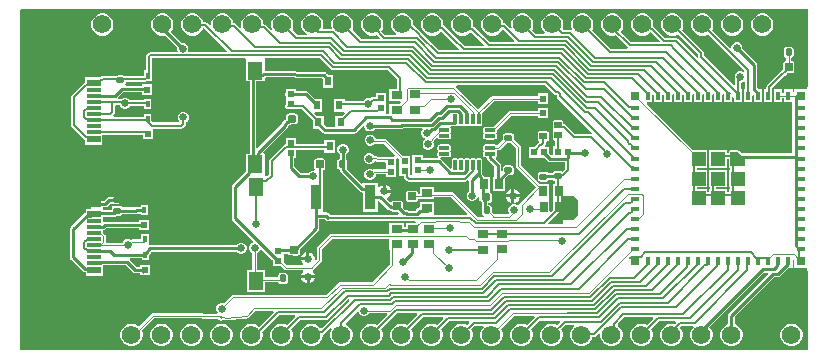
<source format=gbr>
%TF.GenerationSoftware,Altium Limited,Altium Designer,24.1.2 (44)*%
G04 Layer_Physical_Order=1*
G04 Layer_Color=255*
%FSLAX45Y45*%
%MOMM*%
%TF.SameCoordinates,B732CBCC-E828-4C79-96F4-07D60C07BBD8*%
%TF.FilePolarity,Positive*%
%TF.FileFunction,Copper,L1,Top,Signal*%
%TF.Part,Single*%
G01*
G75*
%TA.AperFunction,Conductor*%
%ADD10C,0.12000*%
%ADD11C,0.20000*%
%TA.AperFunction,SMDPad,CuDef*%
%ADD12R,2.00000X2.00000*%
G04:AMPARAMS|DCode=13|XSize=0.84mm|YSize=0.27mm|CornerRadius=0.03375mm|HoleSize=0mm|Usage=FLASHONLY|Rotation=0.000|XOffset=0mm|YOffset=0mm|HoleType=Round|Shape=RoundedRectangle|*
%AMROUNDEDRECTD13*
21,1,0.84000,0.20250,0,0,0.0*
21,1,0.77250,0.27000,0,0,0.0*
1,1,0.06750,0.38625,-0.10125*
1,1,0.06750,-0.38625,-0.10125*
1,1,0.06750,-0.38625,0.10125*
1,1,0.06750,0.38625,0.10125*
%
%ADD13ROUNDEDRECTD13*%
G04:AMPARAMS|DCode=14|XSize=0.84mm|YSize=0.27mm|CornerRadius=0.03375mm|HoleSize=0mm|Usage=FLASHONLY|Rotation=90.000|XOffset=0mm|YOffset=0mm|HoleType=Round|Shape=RoundedRectangle|*
%AMROUNDEDRECTD14*
21,1,0.84000,0.20250,0,0,90.0*
21,1,0.77250,0.27000,0,0,90.0*
1,1,0.06750,0.10125,0.38625*
1,1,0.06750,0.10125,-0.38625*
1,1,0.06750,-0.10125,-0.38625*
1,1,0.06750,-0.10125,0.38625*
%
%ADD14ROUNDEDRECTD14*%
%ADD15R,3.25000X2.15000*%
%ADD16R,0.95000X2.15000*%
G04:AMPARAMS|DCode=17|XSize=0.64mm|YSize=0.72mm|CornerRadius=0.08mm|HoleSize=0mm|Usage=FLASHONLY|Rotation=90.000|XOffset=0mm|YOffset=0mm|HoleType=Round|Shape=RoundedRectangle|*
%AMROUNDEDRECTD17*
21,1,0.64000,0.56000,0,0,90.0*
21,1,0.48000,0.72000,0,0,90.0*
1,1,0.16000,0.28000,0.24000*
1,1,0.16000,0.28000,-0.24000*
1,1,0.16000,-0.28000,-0.24000*
1,1,0.16000,-0.28000,0.24000*
%
%ADD17ROUNDEDRECTD17*%
%TA.AperFunction,ConnectorPad*%
%ADD18R,0.40000X0.80000*%
%TA.AperFunction,BGAPad,CuDef*%
%ADD19R,1.20000X1.20000*%
%TA.AperFunction,SMDPad,CuDef*%
%ADD20R,0.40000X0.40000*%
%TA.AperFunction,ConnectorPad*%
%ADD21R,0.80000X0.40000*%
%TA.AperFunction,SMDPad,CuDef*%
%ADD22R,0.80000X0.80000*%
%ADD23R,1.29540X1.54940*%
G04:AMPARAMS|DCode=24|XSize=0.54mm|YSize=0.6mm|CornerRadius=0.0675mm|HoleSize=0mm|Usage=FLASHONLY|Rotation=180.000|XOffset=0mm|YOffset=0mm|HoleType=Round|Shape=RoundedRectangle|*
%AMROUNDEDRECTD24*
21,1,0.54000,0.46500,0,0,180.0*
21,1,0.40500,0.60000,0,0,180.0*
1,1,0.13500,-0.20250,0.23250*
1,1,0.13500,0.20250,0.23250*
1,1,0.13500,0.20250,-0.23250*
1,1,0.13500,-0.20250,-0.23250*
%
%ADD24ROUNDEDRECTD24*%
%ADD25R,0.60000X0.54000*%
%ADD26R,0.90000X0.70000*%
G04:AMPARAMS|DCode=27|XSize=0.54mm|YSize=0.6mm|CornerRadius=0.0675mm|HoleSize=0mm|Usage=FLASHONLY|Rotation=270.000|XOffset=0mm|YOffset=0mm|HoleType=Round|Shape=RoundedRectangle|*
%AMROUNDEDRECTD27*
21,1,0.54000,0.46500,0,0,270.0*
21,1,0.40500,0.60000,0,0,270.0*
1,1,0.13500,-0.23250,-0.20250*
1,1,0.13500,-0.23250,0.20250*
1,1,0.13500,0.23250,0.20250*
1,1,0.13500,0.23250,-0.20250*
%
%ADD27ROUNDEDRECTD27*%
%ADD28R,0.60000X0.80000*%
%ADD29R,0.70000X0.90000*%
%ADD30R,0.54000X0.60000*%
G04:AMPARAMS|DCode=31|XSize=0.59mm|YSize=0.61mm|CornerRadius=0.04425mm|HoleSize=0mm|Usage=FLASHONLY|Rotation=90.000|XOffset=0mm|YOffset=0mm|HoleType=Round|Shape=RoundedRectangle|*
%AMROUNDEDRECTD31*
21,1,0.59000,0.52150,0,0,90.0*
21,1,0.50150,0.61000,0,0,90.0*
1,1,0.08850,0.26075,0.25075*
1,1,0.08850,0.26075,-0.25075*
1,1,0.08850,-0.26075,-0.25075*
1,1,0.08850,-0.26075,0.25075*
%
%ADD31ROUNDEDRECTD31*%
G04:AMPARAMS|DCode=32|XSize=0.64mm|YSize=0.72mm|CornerRadius=0.08mm|HoleSize=0mm|Usage=FLASHONLY|Rotation=0.000|XOffset=0mm|YOffset=0mm|HoleType=Round|Shape=RoundedRectangle|*
%AMROUNDEDRECTD32*
21,1,0.64000,0.56000,0,0,0.0*
21,1,0.48000,0.72000,0,0,0.0*
1,1,0.16000,0.24000,-0.28000*
1,1,0.16000,-0.24000,-0.28000*
1,1,0.16000,-0.24000,0.28000*
1,1,0.16000,0.24000,0.28000*
%
%ADD32ROUNDEDRECTD32*%
G04:AMPARAMS|DCode=33|XSize=0.6mm|YSize=0.67mm|CornerRadius=0.075mm|HoleSize=0mm|Usage=FLASHONLY|Rotation=270.000|XOffset=0mm|YOffset=0mm|HoleType=Round|Shape=RoundedRectangle|*
%AMROUNDEDRECTD33*
21,1,0.60000,0.52000,0,0,270.0*
21,1,0.45000,0.67000,0,0,270.0*
1,1,0.15000,-0.26000,-0.22500*
1,1,0.15000,-0.26000,0.22500*
1,1,0.15000,0.26000,0.22500*
1,1,0.15000,0.26000,-0.22500*
%
%ADD33ROUNDEDRECTD33*%
%TA.AperFunction,ConnectorPad*%
%ADD34R,1.15000X0.59000*%
%ADD35R,1.15000X0.29800*%
%TA.AperFunction,SMDPad,CuDef*%
%ADD36R,0.30480X0.55880*%
%TA.AperFunction,Conductor*%
%ADD37C,0.25400*%
%TA.AperFunction,ComponentPad*%
%ADD38C,1.57480*%
%ADD39O,2.20000X1.00000*%
%ADD40O,1.80000X1.00000*%
%TA.AperFunction,ViaPad*%
%ADD41C,0.65000*%
G36*
X2646976Y2404476D02*
X2655246Y2398951D01*
X2665000Y2397010D01*
X3131942D01*
X3207638Y2321314D01*
Y2237500D01*
X3145000D01*
Y2137500D01*
X3238127D01*
X3242987Y2125767D01*
X3228860Y2111640D01*
X3226094Y2107500D01*
X3145000D01*
Y2025943D01*
X3127567D01*
X3117500Y2032300D01*
Y2116299D01*
X3117500D01*
Y2118701D01*
X3117500D01*
Y2202700D01*
X3027500D01*
Y2170410D01*
X3001716D01*
X2991961Y2168470D01*
X2983692Y2162944D01*
X2981403Y2160655D01*
X2976948Y2162500D01*
X2958052D01*
X2940593Y2155269D01*
X2927231Y2141907D01*
X2926729Y2140695D01*
X2765000D01*
Y2157500D01*
X2675000D01*
Y2047500D01*
X2759992D01*
X2765431Y2034978D01*
X2741452Y2011000D01*
X2687500D01*
Y1916543D01*
X2611898D01*
X2587500Y1940941D01*
Y2011000D01*
X2533548D01*
X2508781Y2035767D01*
X2513641Y2047500D01*
X2575000D01*
Y2157500D01*
X2514941D01*
X2457471Y2214971D01*
X2448308Y2221093D01*
X2437500Y2223243D01*
X2437499Y2223243D01*
X2355000D01*
Y2237000D01*
X2265000D01*
Y2206724D01*
X2264388Y2205808D01*
X2262238Y2195000D01*
X2264388Y2184192D01*
X2265000Y2183276D01*
Y2153001D01*
X2265000D01*
Y2150599D01*
X2265000D01*
Y2114979D01*
X2259839Y2107254D01*
X2257898Y2097500D01*
X2259839Y2087746D01*
X2265000Y2080021D01*
Y2066600D01*
X2355000D01*
Y2072010D01*
X2400442D01*
X2497500Y1974952D01*
Y1901000D01*
X2547558D01*
X2580229Y1868330D01*
X2580229Y1868329D01*
X2589392Y1862207D01*
X2600200Y1860057D01*
X2600201Y1860057D01*
X2840798D01*
X2840800Y1860057D01*
X2851608Y1862207D01*
X2860771Y1868329D01*
X2919800Y1927358D01*
X2932500Y1922098D01*
Y1918052D01*
X2939731Y1900593D01*
X2953093Y1887231D01*
X2970552Y1880000D01*
X2989448D01*
X3006907Y1887231D01*
X3018932Y1899257D01*
X3243691D01*
X3243693Y1899257D01*
X3254501Y1901407D01*
X3263663Y1907529D01*
X3264991Y1908857D01*
X3421221D01*
X3426482Y1896157D01*
X3422231Y1891907D01*
X3415000Y1874448D01*
Y1855552D01*
X3422231Y1838093D01*
X3435593Y1824731D01*
X3443252Y1821559D01*
X3444548Y1816693D01*
X3444618Y1807247D01*
X3433187Y1795816D01*
X3425955Y1778357D01*
Y1759461D01*
X3433187Y1742002D01*
X3446549Y1728640D01*
X3464007Y1721409D01*
X3482904D01*
X3500362Y1728640D01*
X3513724Y1742002D01*
X3520955Y1759461D01*
Y1778357D01*
X3515668Y1791123D01*
X3519163Y1794618D01*
X3523805Y1801565D01*
X3525340Y1809281D01*
X3539893Y1823834D01*
X3544881Y1823407D01*
X3554532Y1820512D01*
X3557128Y1816628D01*
X3563205Y1812566D01*
X3570375Y1811140D01*
X3647625D01*
X3654794Y1812566D01*
X3660872Y1816628D01*
X3664933Y1822706D01*
X3666360Y1829875D01*
Y1850125D01*
X3664933Y1857294D01*
X3661581Y1865000D01*
X3664933Y1872706D01*
X3666360Y1879875D01*
Y1900125D01*
X3664933Y1907294D01*
X3660872Y1913372D01*
X3664897Y1925957D01*
X3701698D01*
X3701700Y1925957D01*
X3702620Y1926140D01*
X3712625D01*
X3719794Y1927566D01*
X3727500Y1930919D01*
X3735206Y1927566D01*
X3742375Y1926140D01*
X3762625D01*
X3769794Y1927566D01*
X3775872Y1931628D01*
X3779128D01*
X3785206Y1927566D01*
X3792375Y1926140D01*
X3812625D01*
X3819794Y1927566D01*
X3825872Y1931628D01*
X3829128D01*
X3835205Y1927566D01*
X3842375Y1926140D01*
X3862625D01*
X3869794Y1927566D01*
X3877500Y1930919D01*
X3885206Y1927566D01*
X3892375Y1926140D01*
X3912625D01*
X3919794Y1927566D01*
X3925872Y1931628D01*
X3929933Y1937706D01*
X3931360Y1944875D01*
Y2022125D01*
X3929933Y2029294D01*
X3925873Y2035372D01*
X3925853Y2035573D01*
X4026369Y2136088D01*
X4404800D01*
Y2112500D01*
X4488800D01*
Y2202500D01*
X4404800D01*
Y2178911D01*
X4017500D01*
X4009306Y2177281D01*
X4002360Y2172640D01*
X3897644Y2067924D01*
X3708758Y2256810D01*
X3714018Y2269510D01*
X4459442D01*
X4534476Y2194476D01*
X4542746Y2188950D01*
X4552500Y2187010D01*
X4559710D01*
Y2179800D01*
X4561651Y2170045D01*
X4567176Y2161776D01*
X4859710Y1869242D01*
X4853454Y1857538D01*
X4851183Y1857990D01*
X4718058D01*
X4639191Y1936857D01*
X4630922Y1942382D01*
X4621167Y1944323D01*
X4618380D01*
Y1955075D01*
X4616873Y1962654D01*
X4612579Y1969079D01*
X4606154Y1973373D01*
X4598575Y1974880D01*
X4546425D01*
X4538846Y1973373D01*
X4532420Y1969079D01*
X4528127Y1962654D01*
X4526620Y1955075D01*
Y1904925D01*
X4528127Y1897346D01*
X4532420Y1890921D01*
Y1886079D01*
X4528127Y1879654D01*
X4526620Y1872075D01*
Y1821925D01*
X4528127Y1814346D01*
X4532420Y1807920D01*
X4538846Y1803627D01*
X4545760Y1802252D01*
Y1752500D01*
X4528000D01*
Y1678043D01*
X4514898D01*
X4495500Y1697441D01*
Y1747500D01*
X4465141D01*
X4460281Y1759233D01*
X4465524Y1764476D01*
X4471049Y1772745D01*
X4472990Y1782500D01*
Y1793619D01*
X4473575D01*
X4481154Y1795127D01*
X4487579Y1799420D01*
X4491873Y1805846D01*
X4493380Y1813425D01*
Y1863575D01*
X4491873Y1871154D01*
X4487579Y1877579D01*
X4481154Y1881873D01*
X4473575Y1883380D01*
X4421425D01*
X4413846Y1881873D01*
X4407420Y1877579D01*
X4403127Y1871154D01*
X4401620Y1863575D01*
Y1813425D01*
X4403127Y1805846D01*
X4407420Y1799420D01*
X4408807Y1798494D01*
X4409551Y1795187D01*
X4408558Y1784216D01*
X4403298Y1780701D01*
X4370097Y1747500D01*
X4325500D01*
Y1657500D01*
X4398800D01*
X4409499Y1657500D01*
Y1657499D01*
X4411500D01*
Y1657500D01*
X4455558D01*
X4483229Y1629830D01*
X4483229Y1629829D01*
X4492392Y1623707D01*
X4503200Y1621557D01*
X4503201Y1621557D01*
X4630510D01*
Y1561558D01*
X4607583Y1538631D01*
X4601736Y1542538D01*
X4593250Y1544226D01*
X4546750D01*
X4538264Y1542538D01*
X4531069Y1537731D01*
X4526262Y1530536D01*
X4525736Y1527893D01*
X4490131D01*
X4486431Y1533431D01*
X4479236Y1538238D01*
X4470750Y1539926D01*
X4424250D01*
X4415764Y1538238D01*
X4408569Y1533431D01*
X4403762Y1526236D01*
X4402074Y1517750D01*
Y1477250D01*
X4403762Y1468764D01*
X4408569Y1461569D01*
X4415764Y1456762D01*
X4424250Y1455074D01*
X4470750D01*
X4479236Y1456762D01*
X4486431Y1461569D01*
X4491238Y1468764D01*
X4491764Y1471407D01*
X4527369D01*
X4531069Y1465869D01*
X4538264Y1461062D01*
X4544510Y1459819D01*
Y1432500D01*
X4527500D01*
Y1312500D01*
X4529517D01*
X4530000Y1300000D01*
X4530000D01*
Y1216048D01*
X4511733Y1197781D01*
X4500000Y1202641D01*
Y1300000D01*
X4497983D01*
X4497500Y1312500D01*
X4497500D01*
Y1432500D01*
X4420570D01*
X4418500Y1432912D01*
X4417369D01*
X4256411Y1593869D01*
Y1746200D01*
X4254781Y1754394D01*
X4250140Y1761340D01*
X4197926Y1813554D01*
Y1845950D01*
X4196238Y1854436D01*
X4191431Y1861631D01*
X4184236Y1866438D01*
X4175750Y1868126D01*
X4129250D01*
X4120764Y1866438D01*
X4113569Y1861631D01*
X4108762Y1854436D01*
X4107074Y1845950D01*
Y1813554D01*
X4060115Y1766595D01*
X4047872Y1763372D01*
X4041794Y1767434D01*
X4034625Y1768860D01*
X4030729D01*
X4024283Y1778018D01*
X4023205Y1781560D01*
X4025043Y1790800D01*
X4023523Y1798440D01*
X4028895Y1808033D01*
X4031798Y1811140D01*
X4034625D01*
X4041794Y1812566D01*
X4047872Y1816628D01*
X4051933Y1822706D01*
X4053360Y1829875D01*
Y1850125D01*
X4051933Y1857294D01*
X4047872Y1863372D01*
Y1866628D01*
X4051933Y1872706D01*
X4053360Y1879875D01*
Y1888579D01*
X4178369Y2013589D01*
X4404800D01*
Y1990000D01*
X4488800D01*
Y2080000D01*
X4404800D01*
Y2056411D01*
X4169500D01*
X4161306Y2054782D01*
X4154360Y2050140D01*
X4023079Y1918860D01*
X3957375D01*
X3950205Y1917434D01*
X3944127Y1913372D01*
X3940066Y1907294D01*
X3938640Y1900125D01*
Y1879875D01*
X3940066Y1872706D01*
X3944127Y1866628D01*
Y1863372D01*
X3940066Y1857294D01*
X3938640Y1850125D01*
Y1829875D01*
X3940066Y1822706D01*
X3944127Y1816628D01*
X3950205Y1812566D01*
X3957375Y1811140D01*
X3961536D01*
X3964904Y1806983D01*
X3969436Y1798440D01*
X3967757Y1790000D01*
X3969436Y1781560D01*
X3964904Y1773017D01*
X3961536Y1768860D01*
X3957375D01*
X3950205Y1767434D01*
X3944127Y1763372D01*
X3940066Y1757294D01*
X3938640Y1750125D01*
Y1729875D01*
X3940066Y1722706D01*
X3944127Y1716628D01*
Y1713372D01*
X3940066Y1707294D01*
X3938640Y1700125D01*
Y1679875D01*
X3940066Y1672706D01*
X3944127Y1666628D01*
X3950205Y1662566D01*
X3957375Y1661140D01*
X3963140D01*
X3971999Y1653279D01*
X3974149Y1642471D01*
X3980271Y1633308D01*
X4031757Y1581823D01*
Y1512501D01*
X4031757Y1512500D01*
X4031757Y1512497D01*
Y1497500D01*
X4022500D01*
Y1377500D01*
X4122500D01*
Y1477359D01*
X4152015Y1506874D01*
X4173250D01*
X4181736Y1508562D01*
X4188931Y1513369D01*
X4193738Y1520564D01*
X4195426Y1529050D01*
Y1569550D01*
X4193738Y1578036D01*
X4188931Y1585231D01*
X4181736Y1590038D01*
X4173250Y1591726D01*
X4126750D01*
X4118264Y1590038D01*
X4111069Y1585231D01*
X4106262Y1578036D01*
X4104574Y1569550D01*
Y1546560D01*
X4100943Y1543931D01*
X4088243Y1550417D01*
Y1593520D01*
X4088243Y1593521D01*
X4086093Y1604329D01*
X4079971Y1613492D01*
X4079970Y1613492D01*
X4043505Y1649958D01*
X4043129Y1652729D01*
X4046028Y1665395D01*
X4047872Y1666628D01*
X4051933Y1672706D01*
X4053360Y1679875D01*
Y1700125D01*
X4052213Y1705888D01*
X4052896Y1708700D01*
X4059661Y1718589D01*
X4063800D01*
X4071994Y1720219D01*
X4078940Y1724860D01*
X4137354Y1783274D01*
X4167646D01*
X4213588Y1737331D01*
Y1585000D01*
X4215218Y1576806D01*
X4219860Y1569860D01*
X4381889Y1407830D01*
X4248860Y1274800D01*
X4244218Y1267854D01*
X4242588Y1259660D01*
Y1257548D01*
X4229888Y1252287D01*
X4226907Y1255269D01*
X4209448Y1262500D01*
X4190552D01*
X4173093Y1255269D01*
X4159731Y1241907D01*
X4152500Y1224448D01*
Y1205552D01*
X4158977Y1189915D01*
X4157748Y1188687D01*
X4156482Y1186792D01*
X4150102Y1180412D01*
X4030969D01*
X4013526Y1197854D01*
Y1233250D01*
X4011838Y1241736D01*
X4007031Y1248931D01*
X3999836Y1253738D01*
X3991350Y1255426D01*
X3982643D01*
Y1274574D01*
X3989550D01*
X3998036Y1276262D01*
X4005231Y1281069D01*
X4010038Y1288264D01*
X4011726Y1296750D01*
Y1343250D01*
X4010038Y1351736D01*
X4005231Y1358931D01*
X3998036Y1363738D01*
X3992564Y1364827D01*
X3992500Y1377500D01*
X3992500D01*
Y1497500D01*
X3946911D01*
X3946293Y1500608D01*
X3940170Y1509771D01*
X3930743Y1519199D01*
Y1554774D01*
X3931360Y1557875D01*
Y1635125D01*
X3929933Y1642294D01*
X3925872Y1648372D01*
X3919794Y1652434D01*
X3912625Y1653860D01*
X3892375D01*
X3885206Y1652434D01*
X3879128Y1648372D01*
X3875872D01*
X3869794Y1652434D01*
X3862625Y1653860D01*
X3842375D01*
X3835205Y1652434D01*
X3829128Y1648372D01*
X3825872D01*
X3819794Y1652434D01*
X3812625Y1653860D01*
X3792375D01*
X3785206Y1652434D01*
X3779128Y1648372D01*
X3775872D01*
X3769794Y1652434D01*
X3762625Y1653860D01*
X3742375D01*
X3735206Y1652434D01*
X3729128Y1648372D01*
X3725872D01*
X3719794Y1652434D01*
X3712625Y1653860D01*
X3692375D01*
X3685205Y1652434D01*
X3679128Y1648372D01*
X3675066Y1642294D01*
X3673640Y1635125D01*
Y1569967D01*
X3660940Y1564706D01*
X3580475Y1645171D01*
X3575582Y1648440D01*
X3579435Y1661140D01*
X3647625D01*
X3654794Y1662566D01*
X3660872Y1666628D01*
X3664933Y1672706D01*
X3666360Y1679875D01*
Y1700125D01*
X3664933Y1707294D01*
X3660872Y1713372D01*
Y1716628D01*
X3664933Y1722706D01*
X3666360Y1729875D01*
Y1750125D01*
X3664933Y1757294D01*
X3660872Y1763372D01*
X3654794Y1767434D01*
X3647625Y1768860D01*
X3570375D01*
X3563205Y1767434D01*
X3557128Y1763372D01*
X3553066Y1757294D01*
X3551640Y1750125D01*
Y1729875D01*
X3553066Y1722706D01*
X3557128Y1716628D01*
Y1713372D01*
X3553066Y1707294D01*
X3551640Y1700125D01*
Y1679875D01*
X3553066Y1672706D01*
X3557128Y1666628D01*
X3557853Y1666143D01*
X3554001Y1653443D01*
X3427500D01*
Y1681112D01*
X3337500D01*
Y1607412D01*
X3337500Y1597112D01*
X3337500D01*
Y1594711D01*
X3337500D01*
Y1520126D01*
X3325628Y1511661D01*
X3324800Y1511517D01*
X3320160Y1514740D01*
X3318549Y1522839D01*
X3317990Y1523676D01*
Y1524800D01*
X3317500Y1527262D01*
X3317500Y1583800D01*
X3317500Y1596500D01*
Y1670200D01*
X3260780D01*
X3119498Y1811482D01*
X3112552Y1816123D01*
X3104358Y1817753D01*
X3028631D01*
X3022769Y1831907D01*
X3009407Y1845269D01*
X2991948Y1852500D01*
X2973052D01*
X2955593Y1845269D01*
X2942231Y1831907D01*
X2935000Y1814448D01*
Y1795552D01*
X2942231Y1778093D01*
X2955593Y1764731D01*
X2973052Y1757500D01*
X2991948D01*
X3009407Y1764731D01*
X3019606Y1774930D01*
X3095489D01*
X3191819Y1678600D01*
X3186559Y1665900D01*
X3135569D01*
X3133500Y1666312D01*
X3045811D01*
X3045640Y1666482D01*
X3038694Y1671124D01*
X3030500Y1672754D01*
X3016989D01*
X3015269Y1676907D01*
X3001907Y1690269D01*
X2984448Y1697500D01*
X2965552D01*
X2948093Y1690269D01*
X2934731Y1676907D01*
X2927500Y1659448D01*
Y1640552D01*
X2934731Y1623093D01*
X2948093Y1609731D01*
X2965552Y1602500D01*
X2984448D01*
X3001907Y1609731D01*
X3015269Y1623093D01*
X3028748Y1625119D01*
X3036942Y1623489D01*
X3103520D01*
X3112500Y1614508D01*
X3112500Y1581900D01*
X3112500Y1567892D01*
X3103520Y1558912D01*
X3016842D01*
X3008648Y1557282D01*
X3006122Y1555594D01*
X2989448Y1562500D01*
X2970552D01*
X2953093Y1555269D01*
X2939731Y1541907D01*
X2932500Y1524448D01*
Y1505552D01*
X2939731Y1488093D01*
X2953093Y1474731D01*
X2970552Y1467500D01*
X2989448D01*
X3006907Y1474731D01*
X3020269Y1488093D01*
X3027500Y1505552D01*
Y1516089D01*
X3112500D01*
Y1495500D01*
X3202500D01*
Y1569200D01*
X3202500Y1579500D01*
X3202500Y1592200D01*
Y1649959D01*
X3215200Y1655220D01*
X3227500Y1642919D01*
X3227500Y1586200D01*
X3227500Y1573500D01*
Y1499800D01*
X3269510D01*
Y1490931D01*
X3271451Y1481177D01*
X3276976Y1472908D01*
X3288692Y1461192D01*
X3296961Y1455666D01*
X3306716Y1453726D01*
X3781228D01*
X3790983Y1455666D01*
X3799252Y1461192D01*
X3804057Y1465997D01*
X3816757Y1460736D01*
Y1373933D01*
X3804731Y1361907D01*
X3797500Y1344448D01*
Y1325552D01*
X3804731Y1308093D01*
X3818093Y1294731D01*
X3835552Y1287500D01*
X3854448D01*
X3871907Y1294731D01*
X3885269Y1308093D01*
X3892500Y1325552D01*
X3905157Y1325448D01*
Y1310901D01*
X3905157Y1310900D01*
X3907307Y1300092D01*
X3913429Y1290929D01*
X3926157Y1278201D01*
Y1226901D01*
X3926157Y1226900D01*
X3928307Y1216092D01*
X3928674Y1215543D01*
Y1186750D01*
X3930362Y1178264D01*
X3935169Y1171069D01*
X3942363Y1166262D01*
X3943119Y1166112D01*
X3941868Y1153412D01*
X3896869D01*
X3690140Y1360140D01*
X3683194Y1364782D01*
X3675000Y1366412D01*
X3522500D01*
Y1410000D01*
X3402500D01*
Y1352812D01*
X3386450D01*
Y1355400D01*
X3384665Y1364374D01*
X3379582Y1371982D01*
X3371974Y1377066D01*
X3363000Y1378851D01*
X3307000D01*
X3298026Y1377066D01*
X3290418Y1371982D01*
X3285335Y1364374D01*
X3283549Y1355400D01*
Y1307400D01*
X3285335Y1298426D01*
X3290418Y1290818D01*
X3298026Y1285735D01*
X3307000Y1283950D01*
X3363000D01*
X3371974Y1285735D01*
X3379582Y1290818D01*
X3384665Y1298426D01*
X3386450Y1307400D01*
Y1309989D01*
X3468900D01*
X3468958Y1310000D01*
X3522500D01*
Y1323589D01*
X3666131D01*
X3802497Y1187223D01*
X3797637Y1175490D01*
X3533332D01*
X3522500Y1180000D01*
Y1280000D01*
X3402500D01*
Y1248087D01*
X3401587Y1235943D01*
X3390779Y1233793D01*
X3381617Y1227670D01*
X3381616Y1227670D01*
X3366089Y1212143D01*
X3301690D01*
X3299220Y1213793D01*
X3288412Y1215943D01*
X3288411Y1215943D01*
X3276598D01*
X3258951Y1233591D01*
Y1270100D01*
X3257165Y1279074D01*
X3252082Y1286682D01*
X3244474Y1291765D01*
X3235500Y1293550D01*
X3179500D01*
X3170526Y1291765D01*
X3162918Y1286682D01*
X3162478Y1286024D01*
X3146800Y1283742D01*
X3123612Y1306929D01*
X3126090Y1319385D01*
X3134953Y1323056D01*
X3151240Y1339344D01*
X3159565Y1359442D01*
X3102155D01*
Y1372142D01*
X3089455D01*
Y1429552D01*
X3069357Y1421227D01*
X3057700Y1409569D01*
X3045000Y1414830D01*
Y1445000D01*
X2920000D01*
Y1441535D01*
X2908267Y1436675D01*
X2781608Y1563334D01*
X2781631Y1563569D01*
X2786438Y1570764D01*
X2788126Y1579250D01*
Y1625750D01*
X2786438Y1634236D01*
X2781631Y1641431D01*
X2780743Y1642024D01*
Y1686067D01*
X2792769Y1698093D01*
X2800000Y1715552D01*
Y1734448D01*
X2792769Y1751907D01*
X2779407Y1765269D01*
X2761948Y1772500D01*
X2743052D01*
X2725593Y1765269D01*
X2712231Y1751907D01*
X2705000Y1734448D01*
Y1715552D01*
X2712231Y1698093D01*
X2724257Y1686067D01*
Y1647689D01*
X2716964Y1646238D01*
X2709769Y1641431D01*
X2704962Y1634236D01*
X2703274Y1625750D01*
Y1579250D01*
X2704962Y1570764D01*
X2709769Y1563569D01*
X2716964Y1558762D01*
X2723921Y1552836D01*
X2726071Y1542028D01*
X2732193Y1532866D01*
X2891808Y1373251D01*
X2891808Y1373250D01*
X2900971Y1367128D01*
X2911779Y1364978D01*
X2920000Y1356359D01*
Y1200000D01*
X3045000D01*
Y1291122D01*
X3057700Y1292959D01*
X3134129Y1216530D01*
X3134129Y1216529D01*
X3143292Y1210407D01*
X3154100Y1208257D01*
X3161087D01*
X3162918Y1205518D01*
X3170526Y1200434D01*
X3179500Y1198649D01*
X3214009D01*
X3225436Y1187223D01*
X3220575Y1175490D01*
X2641952D01*
X2630804Y1186637D01*
X2621642Y1192759D01*
X2610833Y1194909D01*
X2610832Y1194909D01*
X2595591D01*
X2585000Y1200000D01*
Y1445000D01*
X2579390D01*
Y1548846D01*
X2586874Y1550335D01*
X2594482Y1555418D01*
X2599566Y1563026D01*
X2601351Y1572000D01*
Y1628000D01*
X2599566Y1636974D01*
X2594482Y1644582D01*
X2586874Y1649665D01*
X2577900Y1651451D01*
X2529900D01*
X2520926Y1649665D01*
X2513318Y1644582D01*
X2508235Y1636974D01*
X2506450Y1628000D01*
Y1572000D01*
X2508235Y1563026D01*
X2511234Y1558537D01*
X2507719Y1551022D01*
X2504765Y1547022D01*
X2486952D01*
X2469493Y1539790D01*
X2457468Y1527764D01*
X2392177D01*
X2338243Y1581699D01*
Y1654800D01*
X2355000D01*
Y1723310D01*
X2592500D01*
Y1699000D01*
X2682500D01*
Y1809000D01*
X2592500D01*
Y1774290D01*
X2355000D01*
Y1825200D01*
X2265000D01*
Y1773366D01*
X2259891Y1772349D01*
X2251621Y1766824D01*
X2129476Y1644679D01*
X2123951Y1636409D01*
X2122010Y1626655D01*
Y1515558D01*
X2107151Y1500699D01*
X2092620Y1502137D01*
X2087270Y1507530D01*
Y1692470D01*
X2081605D01*
X2076745Y1704203D01*
X2278770Y1906229D01*
X2278771Y1906229D01*
X2284893Y1915392D01*
X2286840Y1925178D01*
X2292190Y1930529D01*
X2297608Y1931607D01*
X2306771Y1937729D01*
X2311001Y1941959D01*
X2346000D01*
X2354779Y1943706D01*
X2362221Y1948679D01*
X2367194Y1956121D01*
X2368941Y1964900D01*
Y2009900D01*
X2367194Y2018679D01*
X2362221Y2026121D01*
X2354779Y2031094D01*
X2346000Y2032840D01*
X2294000D01*
X2285221Y2031094D01*
X2277779Y2026121D01*
X2272805Y2018679D01*
X2271059Y2009900D01*
Y1984280D01*
X2268612Y1983793D01*
X2259449Y1977671D01*
X2259449Y1977670D01*
X2238829Y1957051D01*
X2232707Y1947888D01*
X2230760Y1938101D01*
X2028626Y1735968D01*
X2016893Y1740828D01*
Y2302530D01*
X2087270D01*
Y2335851D01*
X2100842Y2337302D01*
X2116551Y2337042D01*
X2575765Y2329430D01*
X2580000Y2322748D01*
Y2249500D01*
X2670000D01*
Y2359500D01*
X2623583D01*
X2621152Y2363336D01*
X2619000Y2365595D01*
X2617267Y2368189D01*
X2608011Y2377444D01*
X2603622Y2380377D01*
X2599279Y2383384D01*
X2599047Y2383434D01*
X2598848Y2383566D01*
X2593666Y2384597D01*
X2588508Y2385713D01*
X2117487Y2393520D01*
X2100038Y2393809D01*
X2099970Y2393797D01*
X2094370Y2395627D01*
X2087270Y2402007D01*
Y2487470D01*
X2094899Y2497010D01*
X2554442D01*
X2646976Y2404476D01*
D02*
G37*
G36*
X6692500Y2263129D02*
X6688520Y2261481D01*
X6683764Y2250000D01*
Y2247177D01*
X6682500Y2235000D01*
X6671064Y2235000D01*
X6572500D01*
Y2216102D01*
X6570200Y2214490D01*
X6557500Y2221097D01*
Y2235000D01*
X6487500D01*
Y2201412D01*
X6472500D01*
Y2235000D01*
X6402500D01*
Y2125000D01*
X6472500D01*
Y2158589D01*
X6487500D01*
Y2125000D01*
X6556757D01*
Y1693243D01*
X6127218D01*
X6103980Y1716481D01*
X6092500Y1721236D01*
X6032500D01*
X6021019Y1716481D01*
X6016264Y1705000D01*
Y1695490D01*
X6002500D01*
Y1720000D01*
X5852500D01*
Y1570000D01*
X6002500D01*
Y1644510D01*
X6016264D01*
Y1585000D01*
X6021019Y1573520D01*
X6024510Y1572074D01*
Y1555000D01*
X6017500D01*
Y1405000D01*
X6024510D01*
Y1390000D01*
X6017500D01*
Y1365490D01*
X6002500D01*
Y1390000D01*
X5910490D01*
Y1405000D01*
X6002500D01*
Y1555000D01*
X5852500D01*
Y1405000D01*
X5859510D01*
Y1390000D01*
X5852500D01*
Y1365490D01*
X5837500D01*
Y1390000D01*
X5745490D01*
Y1405000D01*
X5837500D01*
Y1555000D01*
X5745490D01*
Y1570000D01*
X5837500D01*
Y1720000D01*
X5717781D01*
X5324513Y2113267D01*
X5329374Y2125000D01*
X5367500D01*
Y2184574D01*
X5380200Y2191363D01*
X5382500Y2189826D01*
Y2125000D01*
X5452500D01*
Y2184575D01*
X5465200Y2191363D01*
X5467500Y2189826D01*
Y2125000D01*
X5537500D01*
Y2189044D01*
X5550200Y2195832D01*
X5552010Y2194623D01*
Y2190000D01*
X5552500Y2187538D01*
Y2125000D01*
X5622500D01*
Y2184575D01*
X5635200Y2191363D01*
X5637500Y2189826D01*
Y2125000D01*
X5707500D01*
Y2189044D01*
X5720200Y2195833D01*
X5722010Y2194623D01*
Y2190000D01*
X5722500Y2187538D01*
Y2125000D01*
X5792500D01*
Y2186544D01*
X5805200Y2193332D01*
X5807010Y2192123D01*
Y2190000D01*
X5807500Y2187538D01*
Y2125000D01*
X5877500D01*
Y2189044D01*
X5890200Y2195833D01*
X5892010Y2194623D01*
Y2190000D01*
X5892500Y2187538D01*
Y2125000D01*
X5962500D01*
Y2189574D01*
X5975200Y2196363D01*
X5977500Y2194826D01*
Y2125000D01*
X6047500D01*
Y2170181D01*
X6049800Y2171913D01*
X6062500Y2165578D01*
Y2125000D01*
X6132500D01*
Y2235000D01*
X6122990D01*
Y2292502D01*
X6124448D01*
X6141907Y2299733D01*
X6144310Y2302137D01*
X6157010Y2296876D01*
Y2235000D01*
X6147500D01*
Y2125000D01*
X6217500D01*
Y2180697D01*
X6230200Y2188255D01*
X6230524Y2188079D01*
X6232250Y2185829D01*
X6232500Y2184570D01*
Y2125000D01*
X6302500D01*
Y2235000D01*
X6272442D01*
X6258443Y2248999D01*
Y2444194D01*
X6258443Y2444196D01*
X6256293Y2455003D01*
X6250171Y2464166D01*
X6250170Y2464167D01*
X6134086Y2580251D01*
Y2597257D01*
X6126855Y2614716D01*
X6113493Y2628078D01*
X6096035Y2635309D01*
X6077138D01*
X6059680Y2628078D01*
X6046318Y2614716D01*
X6039086Y2597257D01*
Y2594422D01*
X6026386Y2589162D01*
X5876317Y2739231D01*
X5881852Y2748818D01*
X5888240Y2772659D01*
Y2797341D01*
X5881852Y2821182D01*
X5869511Y2842558D01*
X5852058Y2860011D01*
X5830682Y2872352D01*
X5806841Y2878740D01*
X5782159D01*
X5758318Y2872352D01*
X5736942Y2860011D01*
X5719489Y2842558D01*
X5707148Y2821182D01*
X5700760Y2797341D01*
Y2772659D01*
X5707148Y2748818D01*
X5719489Y2727442D01*
X5736942Y2709989D01*
X5758318Y2697648D01*
X5782159Y2691260D01*
X5806841D01*
X5830682Y2697648D01*
X5840269Y2703183D01*
X6149634Y2393818D01*
X6148890Y2390078D01*
X6148731Y2389855D01*
X6134593Y2383300D01*
X6124448Y2387502D01*
X6105552D01*
X6088093Y2380270D01*
X6074731Y2366908D01*
X6067500Y2349450D01*
Y2330553D01*
X6073265Y2316634D01*
X6072010Y2310325D01*
Y2278131D01*
X6060277Y2273271D01*
X5811295Y2522253D01*
Y2539694D01*
X5809355Y2549449D01*
X5803829Y2557718D01*
X5622317Y2739231D01*
X5627852Y2748818D01*
X5634240Y2772659D01*
Y2797341D01*
X5627852Y2821182D01*
X5615511Y2842558D01*
X5598058Y2860011D01*
X5576682Y2872352D01*
X5552841Y2878740D01*
X5528159D01*
X5504318Y2872352D01*
X5482942Y2860011D01*
X5465489Y2842558D01*
X5453148Y2821182D01*
X5446760Y2797341D01*
Y2772659D01*
X5453148Y2748818D01*
X5465489Y2727442D01*
X5482942Y2709989D01*
X5504318Y2697648D01*
X5528159Y2691260D01*
X5552841D01*
X5576682Y2697648D01*
X5586269Y2703183D01*
X5760316Y2529136D01*
Y2511695D01*
X5760441Y2511068D01*
X5748736Y2504812D01*
X5593024Y2660524D01*
X5584755Y2666049D01*
X5575000Y2667990D01*
X5480558D01*
X5381915Y2766633D01*
X5379125Y2768497D01*
X5380240Y2772659D01*
Y2797341D01*
X5373852Y2821182D01*
X5361511Y2842558D01*
X5344058Y2860011D01*
X5322682Y2872352D01*
X5298841Y2878740D01*
X5274159D01*
X5250318Y2872352D01*
X5228942Y2860011D01*
X5211489Y2842558D01*
X5199148Y2821182D01*
X5192760Y2797341D01*
Y2772659D01*
X5199148Y2748818D01*
X5211489Y2727442D01*
X5228942Y2709989D01*
X5250318Y2697648D01*
X5274159Y2691260D01*
X5298841D01*
X5322682Y2697648D01*
X5344058Y2709989D01*
X5355260Y2721192D01*
X5431729Y2644723D01*
X5426869Y2632990D01*
X5193058D01*
X5103058Y2722990D01*
X5107511Y2727442D01*
X5119852Y2748818D01*
X5126240Y2772659D01*
Y2797341D01*
X5119852Y2821182D01*
X5107511Y2842558D01*
X5090058Y2860011D01*
X5068682Y2872352D01*
X5044841Y2878740D01*
X5020159D01*
X4996318Y2872352D01*
X4974942Y2860011D01*
X4957489Y2842558D01*
X4945148Y2821182D01*
X4938760Y2797341D01*
Y2772659D01*
X4945148Y2748818D01*
X4957489Y2727442D01*
X4974942Y2709989D01*
X4996318Y2697648D01*
X5020159Y2691260D01*
X5044841D01*
X5058920Y2695032D01*
X5160763Y2593190D01*
X5155511Y2580490D01*
X5019058D01*
X4860317Y2739231D01*
X4865852Y2748818D01*
X4872240Y2772659D01*
Y2797341D01*
X4865852Y2821182D01*
X4853511Y2842558D01*
X4836058Y2860011D01*
X4814682Y2872352D01*
X4790841Y2878740D01*
X4766159D01*
X4742318Y2872352D01*
X4720942Y2860011D01*
X4703489Y2842558D01*
X4691148Y2821182D01*
X4684760Y2797341D01*
Y2772659D01*
X4691148Y2748818D01*
X4692678Y2746168D01*
X4683160Y2737254D01*
X4681222Y2738548D01*
X4671468Y2740489D01*
X4620889D01*
X4618490Y2742700D01*
X4612297Y2750479D01*
X4618240Y2772659D01*
Y2797341D01*
X4611852Y2821182D01*
X4599511Y2842558D01*
X4582058Y2860011D01*
X4560682Y2872352D01*
X4536841Y2878740D01*
X4512159D01*
X4488318Y2872352D01*
X4466942Y2860011D01*
X4449489Y2842558D01*
X4437148Y2821182D01*
X4430760Y2797341D01*
Y2772659D01*
X4437148Y2748818D01*
X4449489Y2727442D01*
X4458743Y2718189D01*
X4453482Y2705489D01*
X4386059D01*
X4352317Y2739231D01*
X4357852Y2748818D01*
X4364240Y2772659D01*
Y2797341D01*
X4357852Y2821182D01*
X4345511Y2842558D01*
X4328058Y2860011D01*
X4306682Y2872352D01*
X4282841Y2878740D01*
X4258159D01*
X4234318Y2872352D01*
X4212942Y2860011D01*
X4195489Y2842558D01*
X4183148Y2821182D01*
X4176760Y2797341D01*
Y2772659D01*
X4180570Y2758438D01*
X4169184Y2751864D01*
X4131548Y2789500D01*
X4123279Y2795025D01*
X4113524Y2796966D01*
X4110240D01*
Y2797341D01*
X4103852Y2821182D01*
X4091511Y2842558D01*
X4074058Y2860011D01*
X4052682Y2872352D01*
X4028841Y2878740D01*
X4004159D01*
X3980318Y2872352D01*
X3958942Y2860011D01*
X3941489Y2842558D01*
X3929148Y2821182D01*
X3922760Y2797341D01*
Y2772659D01*
X3929148Y2748818D01*
X3941489Y2727442D01*
X3958942Y2709989D01*
X3980318Y2697648D01*
X4004159Y2691260D01*
X4028841D01*
X4052682Y2697648D01*
X4074058Y2709989D01*
X4091511Y2727442D01*
X4095917Y2735075D01*
X4111788Y2737164D01*
X4201730Y2647222D01*
X4196870Y2635489D01*
X3995559D01*
X3863548Y2767500D01*
X3856177Y2772425D01*
X3856240Y2772659D01*
Y2797341D01*
X3849852Y2821182D01*
X3837511Y2842558D01*
X3820058Y2860011D01*
X3798682Y2872352D01*
X3774841Y2878740D01*
X3750159D01*
X3726318Y2872352D01*
X3704942Y2860011D01*
X3687489Y2842558D01*
X3675148Y2821182D01*
X3668760Y2797341D01*
Y2772659D01*
X3675148Y2748818D01*
X3687489Y2727442D01*
X3704942Y2709989D01*
X3726318Y2697648D01*
X3750159Y2691260D01*
X3774841D01*
X3798682Y2697648D01*
X3820058Y2709989D01*
X3825719Y2715650D01*
X3843302D01*
X3946730Y2612222D01*
X3941870Y2600489D01*
X3783058D01*
X3707449Y2676099D01*
X3699344Y2685070D01*
X3699344Y2685071D01*
X3693791Y2690295D01*
X3688570Y2695845D01*
X3688569Y2695846D01*
X3679598Y2703949D01*
X3606829Y2776718D01*
X3602240Y2779785D01*
Y2797341D01*
X3595852Y2821182D01*
X3583511Y2842558D01*
X3566058Y2860011D01*
X3544682Y2872352D01*
X3520841Y2878740D01*
X3496159D01*
X3472318Y2872352D01*
X3450942Y2860011D01*
X3433489Y2842558D01*
X3421148Y2821182D01*
X3414760Y2797341D01*
Y2772659D01*
X3421148Y2748818D01*
X3433489Y2727442D01*
X3450942Y2709989D01*
X3472318Y2697648D01*
X3496159Y2691260D01*
X3520841D01*
X3544682Y2697648D01*
X3566058Y2709989D01*
X3574859Y2718791D01*
X3592637Y2718815D01*
X3650265Y2661186D01*
X3650828Y2660811D01*
X3656682Y2653182D01*
X3664310Y2647328D01*
X3664685Y2646767D01*
X3734230Y2577222D01*
X3729369Y2565489D01*
X3563348D01*
X3429099Y2699738D01*
X3428610Y2702194D01*
X3423085Y2710463D01*
X3423083Y2710464D01*
X3348240Y2785308D01*
Y2797341D01*
X3341852Y2821182D01*
X3329511Y2842558D01*
X3312058Y2860011D01*
X3290682Y2872352D01*
X3266841Y2878740D01*
X3242159D01*
X3218318Y2872352D01*
X3196942Y2860011D01*
X3179489Y2842558D01*
X3167148Y2821182D01*
X3160760Y2797341D01*
Y2772659D01*
X3167148Y2748818D01*
X3179489Y2727442D01*
X3196942Y2709989D01*
X3204390Y2705689D01*
X3200987Y2692989D01*
X3110077D01*
X3091268Y2711798D01*
X3077452Y2730805D01*
X3087852Y2748818D01*
X3094240Y2772659D01*
Y2797341D01*
X3087852Y2821182D01*
X3075511Y2842558D01*
X3058058Y2860011D01*
X3036682Y2872352D01*
X3012841Y2878740D01*
X2988159D01*
X2964318Y2872352D01*
X2942942Y2860011D01*
X2925489Y2842558D01*
X2913148Y2821182D01*
X2906760Y2797341D01*
Y2772659D01*
X2913148Y2748818D01*
X2925489Y2727442D01*
X2942942Y2709989D01*
X2964318Y2697648D01*
X2988159Y2691260D01*
X3012841D01*
X3036682Y2697648D01*
X3037983Y2698399D01*
X3051210Y2680203D01*
X3052687Y2678839D01*
X3053804Y2677167D01*
X3061248Y2669723D01*
X3056388Y2657989D01*
X2909558D01*
X2828317Y2739231D01*
X2833852Y2748818D01*
X2840240Y2772659D01*
Y2797341D01*
X2833852Y2821182D01*
X2821511Y2842558D01*
X2804058Y2860011D01*
X2782682Y2872352D01*
X2758841Y2878740D01*
X2734159D01*
X2710318Y2872352D01*
X2688942Y2860011D01*
X2671489Y2842558D01*
X2659148Y2821182D01*
X2652760Y2797341D01*
Y2772659D01*
X2656987Y2756885D01*
X2647914Y2744184D01*
X2591086D01*
X2582013Y2756885D01*
X2586240Y2772659D01*
Y2797341D01*
X2579852Y2821182D01*
X2567511Y2842558D01*
X2550058Y2860011D01*
X2528682Y2872352D01*
X2504841Y2878740D01*
X2480159D01*
X2456318Y2872352D01*
X2434942Y2860011D01*
X2417489Y2842558D01*
X2405148Y2821182D01*
X2398760Y2797341D01*
Y2772659D01*
X2405148Y2748818D01*
X2417489Y2727442D01*
X2434942Y2709989D01*
X2444474Y2704486D01*
X2444436Y2702292D01*
X2441073Y2691785D01*
X2367763D01*
X2320317Y2739231D01*
X2325852Y2748818D01*
X2332240Y2772659D01*
Y2797341D01*
X2325852Y2821182D01*
X2313511Y2842558D01*
X2296058Y2860011D01*
X2274682Y2872352D01*
X2250841Y2878740D01*
X2226159D01*
X2202318Y2872352D01*
X2180942Y2860011D01*
X2163489Y2842558D01*
X2151148Y2821182D01*
X2144760Y2797341D01*
Y2772659D01*
X2151148Y2748818D01*
X2152456Y2746552D01*
X2142294Y2738754D01*
X2103024Y2778024D01*
X2094755Y2783549D01*
X2085000Y2785490D01*
X2078240D01*
Y2797341D01*
X2071852Y2821182D01*
X2059511Y2842558D01*
X2042058Y2860011D01*
X2020682Y2872352D01*
X1996841Y2878740D01*
X1972159D01*
X1948318Y2872352D01*
X1926942Y2860011D01*
X1909489Y2842558D01*
X1897148Y2821182D01*
X1890760Y2797341D01*
Y2772659D01*
X1893289Y2763220D01*
X1881903Y2756645D01*
X1845548Y2793000D01*
X1837279Y2798526D01*
X1827524Y2800466D01*
X1823403D01*
X1817852Y2821182D01*
X1805511Y2842558D01*
X1788058Y2860011D01*
X1766682Y2872352D01*
X1742841Y2878740D01*
X1718159D01*
X1694318Y2872352D01*
X1672942Y2860011D01*
X1655489Y2842558D01*
X1643148Y2821182D01*
X1636760Y2797341D01*
Y2786038D01*
X1624060Y2780778D01*
X1603264Y2801574D01*
X1594995Y2807099D01*
X1585240Y2809039D01*
X1567106D01*
X1563852Y2821182D01*
X1551511Y2842558D01*
X1534058Y2860011D01*
X1512682Y2872352D01*
X1488841Y2878740D01*
X1464159D01*
X1440318Y2872352D01*
X1418942Y2860011D01*
X1401489Y2842558D01*
X1389148Y2821182D01*
X1382760Y2797341D01*
Y2772659D01*
X1389148Y2748818D01*
X1401489Y2727442D01*
X1418942Y2709989D01*
X1440318Y2697648D01*
X1464159Y2691260D01*
X1488841D01*
X1512682Y2697648D01*
X1534058Y2709989D01*
X1551511Y2727442D01*
X1563852Y2748818D01*
X1564621Y2751688D01*
X1578463Y2754279D01*
X1773019Y2559723D01*
X1768159Y2547990D01*
X1446682D01*
X1438338Y2560690D01*
X1442423Y2570552D01*
Y2589448D01*
X1435192Y2606907D01*
X1421830Y2620269D01*
X1404371Y2627500D01*
X1387365D01*
X1292467Y2722398D01*
X1297511Y2727442D01*
X1309852Y2748818D01*
X1316240Y2772659D01*
Y2797341D01*
X1309852Y2821182D01*
X1297511Y2842558D01*
X1280058Y2860011D01*
X1258682Y2872352D01*
X1234841Y2878740D01*
X1210159D01*
X1186318Y2872352D01*
X1164942Y2860011D01*
X1147489Y2842558D01*
X1135148Y2821182D01*
X1128760Y2797341D01*
Y2772659D01*
X1135148Y2748818D01*
X1147489Y2727442D01*
X1164942Y2709989D01*
X1186318Y2697648D01*
X1210159Y2691260D01*
X1234841D01*
X1241845Y2693137D01*
X1347423Y2587558D01*
Y2570552D01*
X1351508Y2560690D01*
X1343164Y2547990D01*
X1117288D01*
X1107533Y2546049D01*
X1099264Y2540524D01*
X1087548Y2528808D01*
X1082022Y2520539D01*
X1080082Y2510784D01*
Y2395440D01*
X1070510D01*
Y2356409D01*
X1064786Y2352584D01*
X1063442Y2351240D01*
X901180D01*
X899236Y2352538D01*
X890750Y2354226D01*
X844250D01*
X835764Y2352538D01*
X833820Y2351240D01*
X715605D01*
X705850Y2349299D01*
X697581Y2343774D01*
X697297Y2343490D01*
X693500D01*
X683746Y2341550D01*
X676936Y2337000D01*
X567500D01*
Y2296222D01*
X559721Y2291024D01*
X456976Y2188279D01*
X451451Y2180010D01*
X449510Y2170255D01*
Y1934745D01*
X451451Y1924990D01*
X456976Y1916721D01*
X559721Y1813976D01*
X567500Y1808778D01*
Y1768000D01*
X712500D01*
Y1852011D01*
X1054800D01*
Y1812500D01*
X1138800D01*
X1138800Y1902500D01*
X1150849Y1904070D01*
X1381139D01*
X1390894Y1906011D01*
X1399163Y1911536D01*
X1415524Y1927897D01*
X1421049Y1936166D01*
X1422990Y1945921D01*
Y1955609D01*
X1426907Y1957231D01*
X1440269Y1970593D01*
X1447500Y1988052D01*
Y2006948D01*
X1440269Y2024407D01*
X1426907Y2037769D01*
X1409448Y2045000D01*
X1390552D01*
X1373093Y2037769D01*
X1359731Y2024407D01*
X1352500Y2006948D01*
Y1988052D01*
X1359731Y1970593D01*
X1362575Y1967750D01*
X1357314Y1955050D01*
X1142298D01*
X1129730Y1967618D01*
Y1969760D01*
X1129240Y1972222D01*
Y2025440D01*
X1068760D01*
Y1997990D01*
X814333D01*
X809755Y2001049D01*
X808965Y2001206D01*
X804785Y2014987D01*
X815685Y2025888D01*
X821211Y2034157D01*
X823151Y2043912D01*
Y2093992D01*
X835852Y2101075D01*
X842500Y2099753D01*
X860937D01*
X864731Y2090593D01*
X878093Y2077231D01*
X895552Y2070000D01*
X914448D01*
X931907Y2077231D01*
X945269Y2090593D01*
X945856Y2092010D01*
X1068760D01*
Y2067060D01*
X1129240D01*
Y2152940D01*
X1068760D01*
Y2142990D01*
X945856D01*
X945269Y2144407D01*
X931907Y2157769D01*
X914448Y2165000D01*
X895552D01*
X878093Y2157769D01*
X871057Y2150732D01*
X851134D01*
X849723Y2152298D01*
X847030Y2164589D01*
X891698Y2209257D01*
X1047300D01*
Y2187500D01*
X1131300D01*
Y2277500D01*
X1047300D01*
Y2265743D01*
X913776D01*
X911215Y2269274D01*
X908150Y2278443D01*
X911238Y2283064D01*
X912926Y2291550D01*
Y2300260D01*
X1074000D01*
X1083755Y2302201D01*
X1092024Y2307726D01*
X1093368Y2309070D01*
X1095510D01*
X1097972Y2309560D01*
X1130990D01*
Y2356962D01*
X1131061Y2357322D01*
Y2497010D01*
X1920102D01*
X1927730Y2487470D01*
Y2302530D01*
X1960407D01*
Y1692470D01*
X1927730D01*
Y1539791D01*
X1924195Y1536255D01*
X1918786Y1532641D01*
X1817529Y1431384D01*
X1811407Y1422222D01*
X1809257Y1411414D01*
X1809257Y1411412D01*
Y1142507D01*
X1809257Y1142506D01*
X1811407Y1131698D01*
X1817529Y1122535D01*
X1989645Y950419D01*
X1986587Y935517D01*
X1976778Y931454D01*
X1963416Y918092D01*
X1956185Y900633D01*
Y881737D01*
X1963416Y864278D01*
X1976778Y850917D01*
X1982274Y848640D01*
Y704970D01*
X1935230D01*
Y520030D01*
X2094770D01*
Y602403D01*
X2201637D01*
X2205869Y596069D01*
X2213064Y591262D01*
X2221550Y589574D01*
X2262050D01*
X2270536Y591262D01*
X2277731Y596069D01*
X2282538Y603264D01*
X2284226Y611750D01*
Y658250D01*
X2282538Y666736D01*
X2277731Y673931D01*
X2270536Y678738D01*
X2262050Y680426D01*
X2255308D01*
X2247974Y681885D01*
X2240639Y680426D01*
X2221550D01*
X2213064Y678738D01*
X2205869Y673931D01*
X2201062Y666736D01*
X2199374Y658250D01*
Y645226D01*
X2094770D01*
Y704970D01*
X2025097D01*
Y848640D01*
X2030592Y850917D01*
X2043954Y864278D01*
X2048016Y874087D01*
X2062919Y877146D01*
X2126364Y813700D01*
X2127329Y812256D01*
X2143555Y796030D01*
X2143556Y796029D01*
X2152718Y789907D01*
X2157378Y788980D01*
X2160000Y786358D01*
Y742300D01*
X2219719D01*
X2248645Y713374D01*
X2248646Y713374D01*
X2248646Y713373D01*
X2252161Y709859D01*
X2255597Y707563D01*
X2259000Y705264D01*
X2259058Y705252D01*
X2259108Y705218D01*
X2263146Y704415D01*
X2267184Y703589D01*
X2410471Y702815D01*
X2415703Y690086D01*
X2408415Y682798D01*
X2400090Y662700D01*
X2514910D01*
X2506585Y682798D01*
X2496878Y692505D01*
X2496576Y695740D01*
X2499420Y707709D01*
X2502640Y709860D01*
X2506154Y713374D01*
X2567640Y774860D01*
X2572282Y781806D01*
X2573912Y790000D01*
Y883631D01*
X2662369Y972088D01*
X3145000D01*
Y872500D01*
X3147088D01*
Y757369D01*
X2993631Y603911D01*
X2725000D01*
X2716806Y602281D01*
X2709860Y597640D01*
X2608631Y496412D01*
X1820709D01*
X1812516Y494782D01*
X1805569Y490140D01*
X1741177Y425748D01*
X1736948Y427500D01*
X1718052D01*
X1700593Y420269D01*
X1687231Y406907D01*
X1680000Y389448D01*
Y370552D01*
X1687231Y353093D01*
X1689913Y350412D01*
X1684652Y337712D01*
X1571292D01*
X1568194Y339782D01*
X1560000Y341412D01*
X1140663D01*
X1132469Y339782D01*
X1125523Y335140D01*
X1020475Y230093D01*
X1018058Y232511D01*
X996682Y244852D01*
X972841Y251240D01*
X948159D01*
X924318Y244852D01*
X902942Y232511D01*
X885489Y215058D01*
X873148Y193682D01*
X866760Y169841D01*
Y145159D01*
X873148Y121318D01*
X885489Y99942D01*
X902942Y82489D01*
X924318Y70148D01*
X948159Y63760D01*
X972841D01*
X996682Y70148D01*
X1018058Y82489D01*
X1035511Y99942D01*
X1047852Y121318D01*
X1054240Y145159D01*
Y169841D01*
X1047852Y193682D01*
X1046671Y195728D01*
X1149532Y298589D01*
X1552408D01*
X1555506Y296519D01*
X1563700Y294889D01*
X1690408D01*
X1703617Y283522D01*
X1710891Y279413D01*
X1719183Y278401D01*
X1727232Y280639D01*
X1730578Y283256D01*
X1745000Y281357D01*
X1749162Y281905D01*
X1750220Y281770D01*
X1938765Y294941D01*
X1942089Y295847D01*
X1945466Y296519D01*
X1946095Y296939D01*
X1946825Y297138D01*
X1949550Y299247D01*
X1952413Y301160D01*
X1955927Y304674D01*
X2010842Y359589D01*
X2158971D01*
X2163831Y347855D01*
X2105076Y289099D01*
X2098976Y285024D01*
X2040260Y226308D01*
X2034058Y232511D01*
X2012682Y244852D01*
X1988841Y251240D01*
X1964159D01*
X1940318Y244852D01*
X1918942Y232511D01*
X1901489Y215058D01*
X1889148Y193682D01*
X1882760Y169841D01*
Y145159D01*
X1889148Y121318D01*
X1901489Y99942D01*
X1918942Y82489D01*
X1940318Y70148D01*
X1964159Y63760D01*
X1988841D01*
X2012682Y70148D01*
X2034058Y82489D01*
X2051511Y99942D01*
X2063852Y121318D01*
X2070240Y145159D01*
Y169841D01*
X2067207Y181160D01*
X2130948Y244900D01*
X2137048Y248976D01*
X2212582Y324510D01*
X2343502D01*
X2348763Y311810D01*
X2276269Y239317D01*
X2266682Y244852D01*
X2242841Y251240D01*
X2218159D01*
X2194318Y244852D01*
X2172942Y232511D01*
X2155489Y215058D01*
X2143148Y193682D01*
X2136760Y169841D01*
Y145159D01*
X2143148Y121318D01*
X2155489Y99942D01*
X2172942Y82489D01*
X2194318Y70148D01*
X2218159Y63760D01*
X2242841D01*
X2266682Y70148D01*
X2288058Y82489D01*
X2305511Y99942D01*
X2317852Y121318D01*
X2324240Y145159D01*
Y169841D01*
X2317852Y193682D01*
X2312317Y203269D01*
X2389425Y280378D01*
X2602584D01*
X2610869Y280378D01*
X2620622Y282318D01*
X2628892Y287844D01*
X2798033Y456985D01*
X2800071Y456579D01*
X2804251Y442799D01*
X2575030Y213578D01*
X2559673Y215042D01*
X2559030Y215539D01*
X2542058Y232511D01*
X2520682Y244852D01*
X2496841Y251240D01*
X2472159D01*
X2448318Y244852D01*
X2426942Y232511D01*
X2409489Y215058D01*
X2397148Y193682D01*
X2390760Y169841D01*
Y145159D01*
X2397148Y121318D01*
X2409489Y99942D01*
X2426942Y82489D01*
X2448318Y70148D01*
X2472159Y63760D01*
X2496841D01*
X2520682Y70148D01*
X2542058Y82489D01*
X2559511Y99942D01*
X2571852Y121318D01*
X2578240Y145159D01*
Y153969D01*
X2586395Y155592D01*
X2594665Y161117D01*
X2649124Y215576D01*
X2659286Y207778D01*
X2651148Y193682D01*
X2644760Y169841D01*
Y145159D01*
X2651148Y121318D01*
X2663489Y99942D01*
X2680942Y82489D01*
X2702318Y70148D01*
X2726159Y63760D01*
X2750841D01*
X2774682Y70148D01*
X2796058Y82489D01*
X2813511Y99942D01*
X2825852Y121318D01*
X2832240Y145159D01*
Y169841D01*
X2825852Y193682D01*
X2813511Y215058D01*
X2796058Y232511D01*
X2777331Y243323D01*
X2774396Y252450D01*
X2774182Y258134D01*
X2870767Y354719D01*
X2883689Y349681D01*
X2889731Y335094D01*
X2903093Y321732D01*
X2920552Y314500D01*
X2939448D01*
X2956907Y321732D01*
X2970269Y335094D01*
X2972545Y340589D01*
X3122948D01*
X3127808Y328856D01*
X3038269Y239317D01*
X3028682Y244852D01*
X3004841Y251240D01*
X2980159D01*
X2956318Y244852D01*
X2934942Y232511D01*
X2917489Y215058D01*
X2905148Y193682D01*
X2898760Y169841D01*
Y145159D01*
X2905148Y121318D01*
X2917489Y99942D01*
X2934942Y82489D01*
X2956318Y70148D01*
X2980159Y63760D01*
X3004841D01*
X3028682Y70148D01*
X3050058Y82489D01*
X3067511Y99942D01*
X3079852Y121318D01*
X3086240Y145159D01*
Y169841D01*
X3079852Y193682D01*
X3074317Y203269D01*
X3211798Y340750D01*
X3377109D01*
X3381969Y329017D01*
X3292269Y239317D01*
X3282682Y244852D01*
X3258841Y251240D01*
X3234159D01*
X3210318Y244852D01*
X3188942Y232511D01*
X3171489Y215058D01*
X3159148Y193682D01*
X3152760Y169841D01*
Y145159D01*
X3159148Y121318D01*
X3171489Y99942D01*
X3188942Y82489D01*
X3210318Y70148D01*
X3234159Y63760D01*
X3258841D01*
X3282682Y70148D01*
X3304058Y82489D01*
X3321511Y99942D01*
X3333852Y121318D01*
X3340240Y145159D01*
Y169841D01*
X3333852Y193682D01*
X3328317Y203269D01*
X3430798Y305750D01*
X3596109D01*
X3600969Y294017D01*
X3546269Y239317D01*
X3536682Y244852D01*
X3512841Y251240D01*
X3488159D01*
X3464318Y244852D01*
X3442942Y232511D01*
X3425489Y215058D01*
X3413148Y193682D01*
X3406760Y169841D01*
Y145159D01*
X3413148Y121318D01*
X3425489Y99942D01*
X3442942Y82489D01*
X3464318Y70148D01*
X3488159Y63760D01*
X3512841D01*
X3536682Y70148D01*
X3558058Y82489D01*
X3575511Y99942D01*
X3587852Y121318D01*
X3594240Y145159D01*
Y169841D01*
X3587852Y193682D01*
X3582317Y203269D01*
X3649798Y270750D01*
X3815109D01*
X3819969Y259017D01*
X3800269Y239317D01*
X3790682Y244852D01*
X3766841Y251240D01*
X3742159D01*
X3718318Y244852D01*
X3696942Y232511D01*
X3679489Y215058D01*
X3667148Y193682D01*
X3660760Y169841D01*
Y145159D01*
X3667148Y121318D01*
X3679489Y99942D01*
X3696942Y82489D01*
X3718318Y70148D01*
X3742159Y63760D01*
X3766841D01*
X3790682Y70148D01*
X3812058Y82489D01*
X3829511Y99942D01*
X3841852Y121318D01*
X3848240Y145159D01*
Y169841D01*
X3841852Y193682D01*
X3836317Y203269D01*
X3868798Y235750D01*
X3936221D01*
X3941482Y223050D01*
X3933489Y215058D01*
X3921148Y193682D01*
X3914760Y169841D01*
Y145159D01*
X3921148Y121318D01*
X3933489Y99942D01*
X3950942Y82489D01*
X3972318Y70148D01*
X3996159Y63760D01*
X4020841D01*
X4044682Y70148D01*
X4066058Y82489D01*
X4083511Y99942D01*
X4095852Y121318D01*
X4102240Y145159D01*
Y169841D01*
X4095852Y193682D01*
X4088206Y206926D01*
X4198869Y317589D01*
X4369948D01*
X4374808Y305856D01*
X4308269Y239317D01*
X4298682Y244852D01*
X4274841Y251240D01*
X4250159D01*
X4226318Y244852D01*
X4204942Y232511D01*
X4187489Y215058D01*
X4175148Y193682D01*
X4168760Y169841D01*
Y145159D01*
X4175148Y121318D01*
X4187489Y99942D01*
X4204942Y82489D01*
X4226318Y70148D01*
X4250159Y63760D01*
X4274841D01*
X4298682Y70148D01*
X4320058Y82489D01*
X4337511Y99942D01*
X4349852Y121318D01*
X4356240Y145159D01*
Y169841D01*
X4349852Y193682D01*
X4344317Y203269D01*
X4419559Y278511D01*
X4584870D01*
X4589730Y266778D01*
X4562269Y239317D01*
X4552682Y244852D01*
X4528841Y251240D01*
X4504159D01*
X4480318Y244852D01*
X4458942Y232511D01*
X4441489Y215058D01*
X4429148Y193682D01*
X4422760Y169841D01*
Y145159D01*
X4429148Y121318D01*
X4441489Y99942D01*
X4458942Y82489D01*
X4480318Y70148D01*
X4504159Y63760D01*
X4528841D01*
X4552682Y70148D01*
X4574058Y82489D01*
X4591511Y99942D01*
X4603852Y121318D01*
X4610240Y145159D01*
Y169841D01*
X4603852Y193682D01*
X4598317Y203269D01*
X4638559Y243511D01*
X4708838D01*
X4711243Y230811D01*
X4695489Y215058D01*
X4683148Y193682D01*
X4676760Y169841D01*
Y145159D01*
X4683148Y121318D01*
X4695489Y99942D01*
X4712942Y82489D01*
X4734318Y70148D01*
X4758159Y63760D01*
X4782841D01*
X4806682Y70148D01*
X4828058Y82489D01*
X4845511Y99942D01*
X4857852Y121318D01*
X4863107Y140930D01*
X4879240D01*
X4888995Y142870D01*
X4897264Y148395D01*
X4918060Y169192D01*
X4930760Y163931D01*
Y145159D01*
X4937148Y121318D01*
X4949489Y99942D01*
X4966942Y82489D01*
X4988318Y70148D01*
X5012159Y63760D01*
X5036841D01*
X5060682Y70148D01*
X5082058Y82489D01*
X5099511Y99942D01*
X5111852Y121318D01*
X5118240Y145159D01*
Y169841D01*
X5111852Y193682D01*
X5099511Y215058D01*
X5082058Y232511D01*
X5078965Y234296D01*
X5076876Y250168D01*
X5132458Y305750D01*
X5374109D01*
X5378969Y294017D01*
X5324269Y239317D01*
X5314682Y244852D01*
X5290841Y251240D01*
X5266159D01*
X5242318Y244852D01*
X5220942Y232511D01*
X5203489Y215058D01*
X5191148Y193682D01*
X5184760Y169841D01*
Y145159D01*
X5191148Y121318D01*
X5203489Y99942D01*
X5220942Y82489D01*
X5242318Y70148D01*
X5266159Y63760D01*
X5290841D01*
X5314682Y70148D01*
X5336058Y82489D01*
X5353511Y99942D01*
X5365852Y121318D01*
X5372240Y145159D01*
Y169841D01*
X5365852Y193682D01*
X5360317Y203269D01*
X5427798Y270750D01*
X5565609D01*
X5570469Y259017D01*
X5558920Y247468D01*
X5544841Y251240D01*
X5520159D01*
X5496318Y244852D01*
X5474942Y232511D01*
X5457489Y215058D01*
X5445148Y193682D01*
X5438760Y169841D01*
Y145159D01*
X5445148Y121318D01*
X5457489Y99942D01*
X5474942Y82489D01*
X5496318Y70148D01*
X5520159Y63760D01*
X5544841D01*
X5568682Y70148D01*
X5590058Y82489D01*
X5607511Y99942D01*
X5619852Y121318D01*
X5626240Y145159D01*
Y169841D01*
X5619852Y193682D01*
X5607511Y215058D01*
X5603058Y219510D01*
X5619298Y235750D01*
X5714221D01*
X5719482Y223050D01*
X5711489Y215058D01*
X5699148Y193682D01*
X5692760Y169841D01*
Y145159D01*
X5699148Y121318D01*
X5711489Y99942D01*
X5728942Y82489D01*
X5750318Y70148D01*
X5774159Y63760D01*
X5798841D01*
X5822682Y70148D01*
X5844058Y82489D01*
X5861511Y99942D01*
X5873852Y121318D01*
X5880240Y145159D01*
Y169841D01*
X5873852Y193682D01*
X5861511Y215058D01*
X5854505Y222064D01*
X6316498Y684057D01*
X6347522D01*
X6352383Y672324D01*
X6020529Y340471D01*
X6014407Y331308D01*
X6012257Y320500D01*
X6012257Y320499D01*
Y246979D01*
X6004318Y244852D01*
X5982942Y232511D01*
X5965489Y215058D01*
X5953148Y193682D01*
X5946760Y169841D01*
Y145159D01*
X5953148Y121318D01*
X5965489Y99942D01*
X5982942Y82489D01*
X6004318Y70148D01*
X6028159Y63760D01*
X6052841D01*
X6076682Y70148D01*
X6098058Y82489D01*
X6115511Y99942D01*
X6127852Y121318D01*
X6134240Y145159D01*
Y169841D01*
X6127852Y193682D01*
X6115511Y215058D01*
X6098058Y232511D01*
X6076682Y244852D01*
X6068743Y246979D01*
Y308801D01*
X6403598Y643657D01*
X6434399D01*
X6434400Y643657D01*
X6445208Y645807D01*
X6454371Y651929D01*
X6527442Y725000D01*
X6557500D01*
Y788974D01*
X6570200Y795763D01*
X6572500Y794226D01*
Y725000D01*
X6682500Y725000D01*
X6683764Y712824D01*
Y710000D01*
X6688520Y698520D01*
X6692500Y696871D01*
Y25000D01*
X23792D01*
X19803Y29152D01*
X14710Y37027D01*
X14638Y37700D01*
X14639Y2907404D01*
X14639Y2908753D01*
X23849Y2917500D01*
X6692500D01*
Y2263129D01*
D02*
G37*
G36*
X6152500Y1645000D02*
Y1585000D01*
X6032500D01*
Y1705000D01*
X6092500D01*
X6152500Y1645000D01*
D02*
G37*
G36*
X4737944Y1300612D02*
Y1172500D01*
X4695144Y1129700D01*
X4616086D01*
Y1091412D01*
X4494053D01*
X4489193Y1103145D01*
X4598024Y1211976D01*
X4603550Y1220245D01*
X4605490Y1230000D01*
Y1240000D01*
X4603550Y1249755D01*
X4598024Y1258024D01*
X4595490Y1260558D01*
Y1332499D01*
X4706056D01*
X4737944Y1300612D01*
D02*
G37*
G36*
X2607529Y1130029D02*
X2616692Y1123907D01*
X2627500Y1121757D01*
X2638308Y1123907D01*
X2639211Y1124510D01*
X3264059D01*
X3266842Y1122651D01*
X3276597Y1120710D01*
X3359455D01*
X3366156Y1108010D01*
X3364097Y1105000D01*
X3282500D01*
Y1073443D01*
X3265000D01*
Y1102500D01*
X3145000D01*
Y1014911D01*
X2653500D01*
X2645306Y1013281D01*
X2638360Y1008640D01*
X2537360Y907640D01*
X2532719Y900694D01*
X2531089Y892500D01*
Y799345D01*
X2521452Y791474D01*
X2510400Y796141D01*
Y814017D01*
X2501585Y835298D01*
X2485298Y851585D01*
X2465200Y859910D01*
Y802500D01*
X2452500D01*
Y789800D01*
X2395090D01*
X2403415Y769702D01*
X2414802Y758315D01*
X2409513Y745643D01*
X2276216Y746364D01*
X2250000Y772580D01*
Y816000D01*
X2250000Y826299D01*
X2250000D01*
Y828701D01*
X2250000D01*
Y845857D01*
X2287570D01*
X2287835Y844526D01*
X2292918Y836918D01*
X2300526Y831835D01*
X2309500Y830049D01*
X2330872D01*
X2334829Y818599D01*
X2334869Y817349D01*
X2322360Y804840D01*
X2317719Y797894D01*
X2316089Y789700D01*
X2317719Y781506D01*
X2322360Y774560D01*
X2329306Y769918D01*
X2337500Y768288D01*
X2345694Y769918D01*
X2352640Y774560D01*
X2365441Y787360D01*
X2370082Y794306D01*
X2371712Y802500D01*
X2370082Y810694D01*
X2365441Y817640D01*
X2365458Y821160D01*
X2368758Y830698D01*
X2374474Y831835D01*
X2382082Y836918D01*
X2387165Y844526D01*
X2388951Y853500D01*
Y885009D01*
X2542470Y1038529D01*
X2542471Y1038529D01*
X2548593Y1047692D01*
X2550743Y1058500D01*
X2550743Y1058501D01*
Y1138424D01*
X2599135D01*
X2607529Y1130029D01*
D02*
G37*
%LPC*%
G36*
X4152500Y1760711D02*
X4144306Y1759082D01*
X4137360Y1754440D01*
X4136110Y1753190D01*
X4131468Y1746244D01*
X4129839Y1738050D01*
X4131468Y1729856D01*
X4136110Y1722910D01*
X4143056Y1718269D01*
X4151250Y1716639D01*
X4159444Y1718269D01*
X4166390Y1722910D01*
X4167640Y1724160D01*
X4172281Y1731106D01*
X4173911Y1739300D01*
X4172281Y1747494D01*
X4167640Y1754440D01*
X4160694Y1759082D01*
X4152500Y1760711D01*
D02*
G37*
G36*
X4151250Y1658361D02*
X4143056Y1656732D01*
X4136110Y1652090D01*
X4134860Y1650840D01*
X4130219Y1643894D01*
X4128589Y1635700D01*
X4130219Y1627506D01*
X4134860Y1620560D01*
X4141806Y1615919D01*
X4150000Y1614289D01*
X4158194Y1615919D01*
X4165140Y1620560D01*
X4166390Y1621810D01*
X4171032Y1628756D01*
X4172661Y1636950D01*
X4171032Y1645144D01*
X4166390Y1652090D01*
X4159444Y1656732D01*
X4151250Y1658361D01*
D02*
G37*
G36*
X3114855Y1429552D02*
Y1384842D01*
X3159565D01*
X3151240Y1404939D01*
X3134953Y1421227D01*
X3114855Y1429552D01*
D02*
G37*
G36*
X4202700Y1392410D02*
Y1347700D01*
X4247410D01*
X4239085Y1367798D01*
X4222798Y1384085D01*
X4202700Y1392410D01*
D02*
G37*
G36*
X4177300D02*
X4157202Y1384085D01*
X4140915Y1367798D01*
X4132590Y1347700D01*
X4177300D01*
Y1392410D01*
D02*
G37*
G36*
X4247410Y1322300D02*
X4202700D01*
Y1277590D01*
X4222798Y1285915D01*
X4239085Y1302202D01*
X4247410Y1322300D01*
D02*
G37*
G36*
X4177300D02*
X4132590D01*
X4140915Y1302202D01*
X4157202Y1285915D01*
X4177300Y1277590D01*
Y1322300D01*
D02*
G37*
G36*
X6314841Y2878740D02*
X6290159D01*
X6266318Y2872352D01*
X6244942Y2860011D01*
X6227489Y2842558D01*
X6215148Y2821182D01*
X6208760Y2797341D01*
Y2772659D01*
X6215148Y2748818D01*
X6227489Y2727442D01*
X6244942Y2709989D01*
X6266318Y2697648D01*
X6290159Y2691260D01*
X6314841D01*
X6338682Y2697648D01*
X6360058Y2709989D01*
X6377511Y2727442D01*
X6389852Y2748818D01*
X6396240Y2772659D01*
Y2797341D01*
X6389852Y2821182D01*
X6377511Y2842558D01*
X6360058Y2860011D01*
X6338682Y2872352D01*
X6314841Y2878740D01*
D02*
G37*
G36*
X6060841D02*
X6036159D01*
X6012318Y2872352D01*
X5990942Y2860011D01*
X5973489Y2842558D01*
X5961148Y2821182D01*
X5954760Y2797341D01*
Y2772659D01*
X5961148Y2748818D01*
X5973489Y2727442D01*
X5990942Y2709989D01*
X6012318Y2697648D01*
X6036159Y2691260D01*
X6060841D01*
X6084682Y2697648D01*
X6106058Y2709989D01*
X6123511Y2727442D01*
X6135852Y2748818D01*
X6142240Y2772659D01*
Y2797341D01*
X6135852Y2821182D01*
X6123511Y2842558D01*
X6106058Y2860011D01*
X6084682Y2872352D01*
X6060841Y2878740D01*
D02*
G37*
G36*
X726841D02*
X702159D01*
X678318Y2872352D01*
X656942Y2860011D01*
X639489Y2842558D01*
X627148Y2821182D01*
X620760Y2797341D01*
Y2772659D01*
X627148Y2748818D01*
X639489Y2727442D01*
X656942Y2709989D01*
X678318Y2697648D01*
X702159Y2691260D01*
X726841D01*
X750682Y2697648D01*
X772058Y2709989D01*
X789511Y2727442D01*
X801852Y2748818D01*
X808240Y2772659D01*
Y2797341D01*
X801852Y2821182D01*
X789511Y2842558D01*
X772058Y2860011D01*
X750682Y2872352D01*
X726841Y2878740D01*
D02*
G37*
G36*
X6545250Y2595426D02*
X6504750D01*
X6496264Y2593738D01*
X6489069Y2588931D01*
X6484262Y2581736D01*
X6482574Y2573250D01*
Y2526750D01*
X6484262Y2518264D01*
X6489069Y2511069D01*
X6496264Y2506262D01*
X6503588Y2504805D01*
Y2473951D01*
X6502100D01*
X6493126Y2472165D01*
X6485518Y2467082D01*
X6480435Y2459474D01*
X6478649Y2450500D01*
Y2407097D01*
X6474360Y2402808D01*
X6472703Y2400328D01*
X6464503Y2392128D01*
X6461721Y2390269D01*
X6344476Y2273024D01*
X6338950Y2264754D01*
X6337010Y2255000D01*
Y2235000D01*
X6317500D01*
Y2125000D01*
X6387500D01*
Y2187538D01*
X6387990Y2190000D01*
Y2244442D01*
X6495911Y2352363D01*
X6498692Y2354221D01*
X6510408Y2365937D01*
X6512066Y2368418D01*
X6514697Y2371050D01*
X6550100D01*
X6559074Y2372835D01*
X6566682Y2377918D01*
X6571765Y2385526D01*
X6573550Y2394500D01*
Y2433047D01*
X6573590Y2433245D01*
X6573550Y2433443D01*
Y2450500D01*
X6571765Y2459474D01*
X6566682Y2467082D01*
X6559074Y2472165D01*
X6550100Y2473951D01*
X6546411D01*
Y2504805D01*
X6553736Y2506262D01*
X6560931Y2511069D01*
X6565738Y2518264D01*
X6567426Y2526750D01*
Y2573250D01*
X6565738Y2581736D01*
X6560931Y2588931D01*
X6553736Y2593738D01*
X6545250Y2595426D01*
D02*
G37*
G36*
X837500Y1323243D02*
X836242Y1322993D01*
X769401D01*
X769400Y1322993D01*
X758592Y1320843D01*
X749429Y1314721D01*
X749429Y1314720D01*
X727952Y1293243D01*
X630000D01*
X619192Y1291093D01*
X610029Y1284971D01*
X603907Y1275808D01*
X601757Y1265000D01*
X603907Y1254192D01*
X610029Y1245030D01*
X618754Y1239200D01*
X619006Y1238004D01*
X616642Y1226500D01*
X572500D01*
Y1191911D01*
X569392Y1191293D01*
X560229Y1185171D01*
X447529Y1072471D01*
X441407Y1063308D01*
X439257Y1052500D01*
X439257Y1052499D01*
Y812502D01*
X439257Y812500D01*
X441407Y801692D01*
X447529Y792530D01*
X546488Y693571D01*
X546489Y693570D01*
X555651Y687448D01*
X566459Y685298D01*
X572500D01*
Y657500D01*
X717500D01*
Y746157D01*
X913902D01*
X972529Y687530D01*
X972529Y687529D01*
X981692Y681407D01*
X992500Y679257D01*
X992501Y679257D01*
X1029800D01*
Y662500D01*
X1113800D01*
Y752500D01*
X1029800D01*
Y735743D01*
X1004199D01*
X945884Y794057D01*
X945931Y795403D01*
X949892Y806757D01*
X1048010D01*
Y792060D01*
X1108490D01*
Y834858D01*
X1118780Y845148D01*
X1118781Y845148D01*
X1124903Y854311D01*
X1126456Y862118D01*
X1126735Y862397D01*
X1165885D01*
X1169104Y861757D01*
X1169105Y861757D01*
X1848567D01*
X1860593Y849731D01*
X1878052Y842500D01*
X1896948D01*
X1914407Y849731D01*
X1927769Y863093D01*
X1935000Y880552D01*
Y899448D01*
X1927769Y916907D01*
X1914407Y930269D01*
X1896948Y937500D01*
X1878052D01*
X1860593Y930269D01*
X1848567Y918243D01*
X1171683D01*
X1168464Y918883D01*
X1168462Y918883D01*
X1117374D01*
X1114352Y919726D01*
X1105990Y930032D01*
Y1007940D01*
X1045510D01*
Y964472D01*
X967402D01*
X959208Y962842D01*
X952684Y958482D01*
X936948Y965000D01*
X918052D01*
X900593Y957768D01*
X887231Y944407D01*
X884852Y938661D01*
X748802D01*
X744911Y943402D01*
Y990598D01*
X743281Y998792D01*
X738640Y1005738D01*
X721139Y1023240D01*
X717500Y1025671D01*
Y1041196D01*
X727106Y1043107D01*
X736268Y1049229D01*
X746296Y1059257D01*
X1022300D01*
Y1042500D01*
X1106300D01*
Y1132500D01*
X1022300D01*
Y1115743D01*
X734599D01*
X734597Y1115743D01*
X730200Y1114868D01*
X717500Y1123502D01*
Y1156757D01*
X810899D01*
X810900Y1156757D01*
X821709Y1158907D01*
X830871Y1165029D01*
X832015Y1166174D01*
X860750D01*
X869236Y1167862D01*
X876431Y1172669D01*
X881238Y1179864D01*
X881336Y1180357D01*
X996099D01*
X996100Y1180357D01*
X1006908Y1182507D01*
X1009528Y1184257D01*
X1040510D01*
Y1169560D01*
X1100990D01*
Y1255440D01*
X1040510D01*
Y1240743D01*
X1000000D01*
X989192Y1238593D01*
X986572Y1236843D01*
X881336D01*
X881238Y1237336D01*
X876431Y1244531D01*
X869236Y1249338D01*
X860750Y1251026D01*
X814250D01*
X805764Y1249338D01*
X798569Y1244531D01*
X793762Y1237336D01*
X792074Y1228850D01*
Y1213243D01*
X726480D01*
X719579Y1220145D01*
X717500Y1225943D01*
Y1226500D01*
X723396Y1236757D01*
X739649D01*
X739650Y1236757D01*
X750458Y1238907D01*
X759621Y1245030D01*
X781099Y1266507D01*
X837249D01*
X837250Y1266507D01*
X848058Y1268657D01*
X857221Y1274779D01*
X857471Y1275029D01*
X863593Y1284192D01*
X865743Y1295000D01*
X863593Y1305808D01*
X857471Y1314971D01*
X848308Y1321093D01*
X837500Y1323243D01*
D02*
G37*
G36*
X2332500Y663912D02*
X2324306Y662282D01*
X2317360Y657640D01*
X2313060Y653340D01*
X2308419Y646394D01*
X2306789Y638200D01*
Y635000D01*
X2308419Y626806D01*
X2313060Y619860D01*
X2320006Y615218D01*
X2328200Y613589D01*
X2336394Y615218D01*
X2343340Y619860D01*
X2347982Y626806D01*
X2348283Y628322D01*
X2352282Y634306D01*
X2353911Y642500D01*
X2352282Y650694D01*
X2347640Y657640D01*
X2340694Y662282D01*
X2332500Y663912D01*
D02*
G37*
G36*
X2514910Y637300D02*
X2470200D01*
Y592590D01*
X2490298Y600915D01*
X2506585Y617202D01*
X2514910Y637300D01*
D02*
G37*
G36*
X2444800D02*
X2400090D01*
X2408415Y617202D01*
X2424702Y600915D01*
X2444800Y592590D01*
Y637300D01*
D02*
G37*
G36*
X6560841Y251240D02*
X6536159D01*
X6512318Y244852D01*
X6490942Y232511D01*
X6473489Y215058D01*
X6461148Y193682D01*
X6454760Y169841D01*
Y145159D01*
X6461148Y121318D01*
X6473489Y99942D01*
X6490942Y82489D01*
X6512318Y70148D01*
X6536159Y63760D01*
X6560841D01*
X6584682Y70148D01*
X6606058Y82489D01*
X6623511Y99942D01*
X6635852Y121318D01*
X6642240Y145159D01*
Y169841D01*
X6635852Y193682D01*
X6623511Y215058D01*
X6606058Y232511D01*
X6584682Y244852D01*
X6560841Y251240D01*
D02*
G37*
G36*
X1734841D02*
X1710159D01*
X1686318Y244852D01*
X1664942Y232511D01*
X1647489Y215058D01*
X1635148Y193682D01*
X1628760Y169841D01*
Y145159D01*
X1635148Y121318D01*
X1647489Y99942D01*
X1664942Y82489D01*
X1686318Y70148D01*
X1710159Y63760D01*
X1734841D01*
X1758682Y70148D01*
X1780058Y82489D01*
X1797511Y99942D01*
X1809852Y121318D01*
X1816240Y145159D01*
Y169841D01*
X1809852Y193682D01*
X1797511Y215058D01*
X1780058Y232511D01*
X1758682Y244852D01*
X1734841Y251240D01*
D02*
G37*
G36*
X1480841D02*
X1456159D01*
X1432318Y244852D01*
X1410942Y232511D01*
X1393489Y215058D01*
X1381148Y193682D01*
X1374760Y169841D01*
Y145159D01*
X1381148Y121318D01*
X1393489Y99942D01*
X1410942Y82489D01*
X1432318Y70148D01*
X1456159Y63760D01*
X1480841D01*
X1504682Y70148D01*
X1526058Y82489D01*
X1543511Y99942D01*
X1555852Y121318D01*
X1562240Y145159D01*
Y169841D01*
X1555852Y193682D01*
X1543511Y215058D01*
X1526058Y232511D01*
X1504682Y244852D01*
X1480841Y251240D01*
D02*
G37*
G36*
X1226841D02*
X1202159D01*
X1178318Y244852D01*
X1156942Y232511D01*
X1139489Y215058D01*
X1127148Y193682D01*
X1120760Y169841D01*
Y145159D01*
X1127148Y121318D01*
X1139489Y99942D01*
X1156942Y82489D01*
X1178318Y70148D01*
X1202159Y63760D01*
X1226841D01*
X1250682Y70148D01*
X1272058Y82489D01*
X1289511Y99942D01*
X1301852Y121318D01*
X1308240Y145159D01*
Y169841D01*
X1301852Y193682D01*
X1289511Y215058D01*
X1272058Y232511D01*
X1250682Y244852D01*
X1226841Y251240D01*
D02*
G37*
G36*
X2439800Y859910D02*
X2419702Y851585D01*
X2403415Y835298D01*
X2395090Y815200D01*
X2439800D01*
Y859910D01*
D02*
G37*
%LPD*%
D10*
X3657471Y1118443D02*
G03*
X3653368Y1118475I-2471J-53443D01*
G01*
X2452211Y724001D02*
G03*
X2454063Y724023I289J53499D01*
G01*
X1716845Y311008D02*
G03*
X1748728Y303130I28155J45492D01*
G01*
X3002500Y582500D02*
X3168500Y748500D01*
X3408500Y1111000D02*
X3653368Y1118475D01*
X3675000Y1345000D02*
X3888000Y1132000D01*
X3657471Y1118443D02*
X3821319Y1111000D01*
X4443117Y1375094D02*
X4447500Y1382500D01*
X3516500Y1065000D02*
X3655000D01*
X3888000Y1132000D02*
X4217000D01*
X4158971Y1159000D02*
X4172888Y1172918D01*
X4025756Y1159000D02*
X4158971D01*
X3971100Y1210000D02*
X4021100Y1160000D01*
X4024756D01*
X4217000Y1132000D02*
X4264000Y1179000D01*
X4024756Y1160000D02*
X4025756Y1159000D01*
X4172888Y1172918D02*
Y1173547D01*
X4200000Y1200658D01*
Y1215000D01*
X3862319Y1070000D02*
X4722500D01*
X5132500Y1480000D01*
X3821319Y1111000D02*
X3824834Y1107485D01*
X3862319Y1070000D01*
X3404985Y1107485D02*
X3408500Y1111000D01*
X3365000Y1067500D02*
X3404985Y1107485D01*
X2202500Y890700D02*
X2213750Y879450D01*
X4264000Y1179000D02*
Y1259660D01*
X3971100Y1210000D02*
Y1210200D01*
X2208000Y784300D02*
X2263785Y728515D01*
X2267300Y725000D01*
X2452211Y724001D01*
X2487500Y725000D02*
X2491015Y728515D01*
X2454063Y724023D02*
X2487500Y725000D01*
X2491015Y728515D02*
X2552500Y790000D01*
Y892500D01*
X2653500Y993500D01*
X3794000D01*
X4336911Y1225000D02*
X4435000D01*
X4336890Y1224980D02*
X4336911Y1225000D01*
X4435000D02*
X4450000Y1240000D01*
X4264000Y1259660D02*
X4401340Y1397000D01*
X4423000D02*
X4447500Y1372500D01*
X4401340Y1397000D02*
X4423000D01*
X3996000Y1890000D02*
X4024500D01*
X4169500Y2035000D01*
X4446800D01*
X3902500Y2042500D02*
X4017500Y2157500D01*
X4446800D01*
X3902500Y1983500D02*
Y2042500D01*
X3895000Y1991000D02*
X3902500Y1983500D01*
X3895000Y1991000D02*
Y2040288D01*
X3684288Y2251000D02*
X3895000Y2040288D01*
X3303802Y2251000D02*
X3684288D01*
X3291500Y2144000D02*
Y2238698D01*
X3303802Y2251000D01*
X3244000Y2086500D02*
Y2096500D01*
X3215000Y2057500D02*
X3244000Y2086500D01*
Y2096500D02*
X3291500Y2144000D01*
X3205000Y2057500D02*
X3215000D01*
X3369800Y2207300D02*
X3689804D01*
X3357500Y2195000D02*
X3369800Y2207300D01*
X3852500Y1983500D02*
Y2044604D01*
X3689804Y2207300D02*
X3852500Y2044604D01*
X2205000Y784300D02*
X2208000D01*
X2337500Y789700D02*
X2350300Y802500D01*
X4495000Y685000D02*
X5161000Y1351000D01*
X5276198D01*
X4017500Y685000D02*
X4495000D01*
X5227500Y1140000D02*
X5247500D01*
X2568500Y381000D02*
X2743000Y555500D01*
X5247500Y1140000D02*
X5288500Y1181000D01*
X3138773Y583786D02*
X3148714D01*
X3912000Y579500D02*
X4017500Y685000D01*
X5288500Y1181000D02*
Y1338698D01*
X3148714Y583786D02*
X3153000Y579500D01*
X3912000D01*
X2743000Y555500D02*
X3110487D01*
X1940788Y319815D02*
X2001973Y381000D01*
X3110487Y555500D02*
X3138773Y583786D01*
X5276198Y1351000D02*
X5288500Y1338698D01*
X2001973Y381000D02*
X2568500D01*
X5132500Y1480000D02*
X5227500D01*
X4832500Y510000D02*
X5207500Y885000D01*
X4094860Y510000D02*
X4832500D01*
X2994342Y1515000D02*
X3016842Y1537500D01*
X2980000Y1515000D02*
X2994342D01*
X3016842Y1537500D02*
X3157500D01*
X2975000Y1650000D02*
X2976342Y1651342D01*
X3030500D01*
X3036942Y1644900D01*
X3133500D01*
X3104358Y1796342D02*
X3248500Y1652200D01*
X2991158Y1796342D02*
X3104358D01*
X3499458Y2153800D02*
X3667644D01*
X3157500Y1618200D02*
Y1620900D01*
X3439658Y2094000D02*
X3499458Y2153800D01*
X3386500Y2094000D02*
X3439658D01*
X4154699Y960000D02*
X4602500D01*
X4610000Y952500D01*
X4146198Y951500D02*
X4154699Y960000D01*
X3881302Y951500D02*
X4146198D01*
X3860302Y972500D02*
X3881302Y951500D01*
X3794000Y993500D02*
X3815000Y972500D01*
X3860302D01*
X6612500Y795000D02*
X6627500Y780000D01*
X6566500Y841000D02*
X6612500Y795000D01*
X6393500Y841000D02*
X6566500D01*
X6352500Y780000D02*
Y800000D01*
X6393500Y841000D01*
X6525000Y2423600D02*
X6526100Y2422500D01*
X6525000Y2423600D02*
Y2550000D01*
X2982500Y1805000D02*
X2991158Y1796342D01*
X3473455Y1768909D02*
Y1779191D01*
X3504023Y1818245D02*
X3560278Y1874500D01*
X3504023Y1809759D02*
Y1818245D01*
X3473455Y1779191D02*
X3504023Y1809759D01*
X3384788Y1555000D02*
X3487500D01*
X3382500Y1552712D02*
X3384788Y1555000D01*
X3482500Y1345000D02*
X3675000D01*
X3286842Y645000D02*
X3314342Y617500D01*
X3272500Y645000D02*
X3286842D01*
X3314342Y617500D02*
X3875000D01*
X2003685Y623815D02*
Y891185D01*
X3133500Y1644900D02*
X3157500Y1620900D01*
X3875000Y617500D02*
X4056000Y798500D01*
X3516500Y853500D02*
X3650000Y720000D01*
X3168500Y748500D02*
Y903500D01*
X3197500Y932500D02*
X3207500D01*
X3168500Y903500D02*
X3197500Y932500D01*
X2725000Y582500D02*
X3002500D01*
X3497500Y915000D02*
X3516500Y896000D01*
Y853500D02*
Y896000D01*
X2930000Y362000D02*
X3153160D01*
X1727500Y380000D02*
Y381791D01*
X1820709Y475000D01*
X2617500D02*
X2725000Y582500D01*
X1820709Y475000D02*
X2617500D01*
X1937273Y316300D02*
X1940788Y319815D01*
X1708294Y316300D02*
X1716845Y311008D01*
X1698352Y316300D02*
X1708294D01*
X1748728Y303130D02*
X1937273Y316300D01*
X1560000Y320000D02*
X1563700Y316300D01*
X1698352D01*
X1717583Y299752D01*
X4056000Y798500D02*
Y851000D01*
X3203660Y412500D02*
X3997360D01*
X4094860Y510000D01*
X3477500Y1055000D02*
X3516500Y1065000D01*
X2328200Y638200D02*
X2332500Y642500D01*
X2328200Y635000D02*
Y638200D01*
X3580500Y1890000D02*
X3609000D01*
X3565000Y1874500D02*
X3580500Y1890000D01*
X3560278Y1874500D02*
X3565000D01*
X2003685Y623815D02*
X2245951D01*
X2235000Y647500D02*
X2247974Y660474D01*
X3153160Y362000D02*
X3203660Y412500D01*
X4056000Y851000D02*
X4085000Y880000D01*
X4095000D01*
X3345000Y1067500D02*
X3365000D01*
X3248500Y1649200D02*
X3269500Y1628200D01*
X3272500D01*
X3248500Y1649200D02*
Y1652200D01*
X3357500Y2065000D02*
X3386500Y2094000D01*
X6585000Y2180000D02*
X6627500D01*
X6522500D02*
X6585000D01*
X6437500D02*
X6522500D01*
X978163Y157500D02*
X1140663Y320000D01*
X960500Y157500D02*
X978163D01*
X1140663Y320000D02*
X1560000D01*
X3335000Y1331400D02*
X3468900D01*
X3482500Y1345000D01*
X4418500Y1411500D02*
X4447500Y1382500D01*
X4408500Y1411500D02*
X4418500D01*
X4155500Y1825700D02*
X4235000Y1746200D01*
Y1585000D02*
X4408500Y1411500D01*
X4235000Y1585000D02*
Y1746200D01*
X4151250Y1738050D02*
X4152500Y1739300D01*
X4150000Y1635700D02*
X4151250Y1636950D01*
X4149500Y1825700D02*
X4152500D01*
X4155500D01*
X4063800Y1740000D02*
X4149500Y1825700D01*
X3996000Y1740000D02*
X4063800D01*
X5227500Y2180000D02*
X5762500Y1645000D01*
X645250Y917250D02*
X927250D01*
X927500Y917500D01*
X5207500Y885000D02*
X5227500D01*
X4008500Y157500D02*
X4190001Y339001D01*
X4650816D01*
X645250Y917250D02*
X653900Y925900D01*
X705999D01*
X723500Y943401D02*
Y990598D01*
X705999Y925900D02*
X723500Y943401D01*
X705998Y1008100D02*
X723500Y990598D01*
X645000Y1017000D02*
X653900Y1008100D01*
X705998D01*
X1066510Y943060D02*
X1075750Y952300D01*
X967402Y943060D02*
X1066510D01*
X1075750Y952300D02*
Y965000D01*
X941842Y917500D02*
X967402Y943060D01*
X927500Y917500D02*
X941842D01*
D11*
X3668290Y2679211D02*
G03*
X3682709Y2664791I80210J65790D01*
G01*
X2627500Y1150000D02*
X3272797D01*
X3276597Y1146200D01*
X3397203Y1150000D02*
X3826160D01*
X3276597Y1146200D02*
X3393403D01*
X3397203Y1150000D01*
X3826160D02*
X3875159Y1101000D01*
X4451000D01*
X4570000Y1250000D02*
Y1493829D01*
X4580000Y1230000D02*
Y1240000D01*
X4451000Y1101000D02*
X4580000Y1230000D01*
X4570000Y1250000D02*
X4580000Y1240000D01*
X3849000Y1546987D02*
Y1593000D01*
X3781228Y1479216D02*
X3849000Y1546987D01*
Y1593000D02*
X3852500Y1596500D01*
X6097500Y2310325D02*
X6115000Y2327825D01*
Y2340002D01*
X6097500Y2200000D02*
Y2310325D01*
X6182500Y2180000D02*
Y2397000D01*
X5794500Y2785000D02*
X6182500Y2397000D01*
X4656000Y1551000D02*
Y1649800D01*
X4675253Y1688246D02*
X4684003Y1696996D01*
X4795503D02*
X4797500Y1695000D01*
X4746500Y549000D02*
X5167500Y970000D01*
X4090020Y549000D02*
X4746500D01*
X5167500Y970000D02*
X5227500D01*
X4075522Y584000D02*
X4681500D01*
X5152500Y1055000D02*
X5227500D01*
X4681500Y584000D02*
X5152500Y1055000D01*
X4044838Y619000D02*
X4611146D01*
X5177145Y1184999D01*
X5502855Y430000D02*
X5802500Y729645D01*
X5832500Y750000D02*
X5842500Y760000D01*
Y780000D01*
X5802500Y738284D02*
X5814216Y750000D01*
X5093324Y430000D02*
X5502855D01*
X5802500Y729645D02*
Y738284D01*
X5814216Y750000D02*
X5832500D01*
X5136339Y1269999D02*
X5185784D01*
X4030340Y654000D02*
X4520340D01*
X5136339Y1269999D01*
X5177145Y1184999D02*
X5185784D01*
Y1269999D02*
X5197500Y1281715D01*
Y1300000D02*
X5207500Y1310000D01*
X5197500Y1196715D02*
Y1215000D01*
Y1281715D02*
Y1300000D01*
X5185784Y1184999D02*
X5197500Y1196715D01*
Y1215000D02*
X5207500Y1225000D01*
X5132500Y1395000D02*
X5227500D01*
X4095000Y1010000D02*
X4747500D01*
X5132500Y1395000D01*
X3137825Y489500D02*
X3161825Y513500D01*
X3939338D01*
X2576641Y179141D02*
X2852000Y454500D01*
X3152322D02*
X3176322Y478500D01*
X2610868Y305868D02*
X2794500Y489500D01*
X3939338Y513500D02*
X4044838Y619000D01*
X3176322Y478500D02*
X3970022D01*
X2794500Y489500D02*
X3137825D01*
X3970022Y478500D02*
X4075522Y584000D01*
X2506141Y179141D02*
X2576641D01*
X3123328Y524500D02*
X3147327Y548500D01*
X3924841D01*
X2766961Y524500D02*
X3123328D01*
X3924841Y548500D02*
X4030340Y654000D01*
X5207500Y1310000D02*
X5227500D01*
X2592461Y350000D02*
X2766961Y524500D01*
X2484500Y157500D02*
X2506141Y179141D01*
X2852000Y454500D02*
X3152322D01*
X5207500Y1225000D02*
X5227500D01*
X5462500Y465000D02*
X5757500Y760000D01*
X5078826Y465000D02*
X5462500D01*
X5265000Y607500D02*
X5417500Y760000D01*
X5037835Y572500D02*
X5315001D01*
X5215000Y642500D02*
X5332500Y760000D01*
X4845340Y479000D02*
X5008840Y642500D01*
X5052332Y537500D02*
X5365000D01*
X4859838Y444000D02*
X5023337Y607500D01*
X5265000D01*
X5365000Y537500D02*
X5587500Y760000D01*
X5315001Y572500D02*
X5502500Y760000D01*
X5008840Y642500D02*
X5215000D01*
X4874335Y409000D02*
X5037835Y572500D01*
X4888832Y374001D02*
X5052332Y537500D01*
X5043221Y176221D02*
Y252561D01*
X5024500Y157500D02*
X5043221Y176221D01*
Y252561D02*
X5121900Y331240D01*
X5629243D01*
X4879240Y166419D02*
X5107821Y395000D01*
X4650816Y339001D02*
X4903330D01*
X4119014Y479000D02*
X4845340D01*
X4148009Y409000D02*
X4874335D01*
X4162506Y374001D02*
X4888832D01*
X5066829Y502500D02*
X5435000D01*
X4932324Y269001D02*
X5093324Y430000D01*
X4133511Y444000D02*
X4859838D01*
X4779419Y166419D02*
X4879240D01*
X5107821Y395000D02*
X5575000D01*
X4917827Y304001D02*
X5078826Y465000D01*
X4770500Y157500D02*
X4779419Y166419D01*
X4903330Y339001D02*
X5066829Y502500D01*
X4628001Y269001D02*
X4932324D01*
X4409001Y304001D02*
X4917827D01*
X2665000Y2422500D02*
X3142500D01*
X3233128Y2212500D02*
Y2331872D01*
X3142500Y2422500D02*
X3233128Y2331872D01*
X2644951Y2627500D02*
X2744950Y2527500D01*
X1117288Y2522500D02*
X2565000D01*
X2085000Y2760000D02*
X2217500Y2627500D01*
X1811290Y2557500D02*
X2579498D01*
X2010001Y2592500D02*
X2630453D01*
X2217500Y2627500D02*
X2644951D01*
X2630453Y2592500D02*
X2730453Y2492500D01*
X2565000Y2522500D02*
X2665000Y2422500D01*
X2579498Y2557500D02*
X2679498Y2457500D01*
X3288809D01*
X3346798Y2597500D02*
X3509298Y2435000D01*
X2009500Y2760000D02*
X2085000D01*
X3332300Y2562500D02*
X3494800Y2400000D01*
X2645296Y2667832D02*
X2654115D01*
X2759448Y2562500D02*
X3332300D01*
X2542007Y2718695D02*
X2666095D01*
X2654115Y2667832D02*
X2759448Y2562500D01*
X2730453Y2492500D02*
X3303306D01*
X3317803Y2527500D02*
X3480303Y2365000D01*
X2744950Y2527500D02*
X3317803D01*
X3303306Y2492500D02*
X3465806Y2330000D01*
X2666095Y2718695D02*
X2787290Y2597500D01*
X3288809Y2457500D02*
X3451309Y2295000D01*
X2787290Y2597500D02*
X3346798D01*
X2609961Y2666900D02*
X2645296Y2667832D01*
X1397500Y1945921D02*
Y1995000D01*
X1381139Y1929560D02*
X1397500Y1945921D01*
X1104240Y1957060D02*
X1131740Y1929560D01*
X1101500Y1972500D02*
X1104240Y1969760D01*
Y1957060D02*
Y1969760D01*
X1131740Y1929560D02*
X1381139D01*
X1397500Y1995000D02*
X1400000Y1997500D01*
X2269645Y1748800D02*
X2632300D01*
X2147500Y1626655D02*
X2269645Y1748800D01*
X2632300D02*
X2637500Y1754000D01*
X6247855Y810000D02*
X6262500D01*
X6203210Y854645D02*
X6247855Y810000D01*
X5311790Y854645D02*
X6203210D01*
X6262500Y810000D02*
X6267500Y805000D01*
X6338284D01*
X6612500Y795000D02*
Y882500D01*
Y792287D02*
Y795000D01*
X5885000Y1670000D02*
X6050000D01*
X5885000Y1340000D02*
X6050000D01*
X5720000D02*
X5885000D01*
Y1505000D01*
X5720000Y1340000D02*
Y1670000D01*
X6050000Y1340000D02*
Y1665000D01*
X5193750Y813750D02*
X5270895D01*
X5185000Y805000D02*
X5193750Y813750D01*
X6585000Y910000D02*
X6612500Y882500D01*
X6480668Y2372245D02*
X6492384Y2383961D01*
Y2384784D01*
X6362500Y2255000D02*
X6479745Y2372245D01*
X6492384Y2384784D02*
X6509900Y2402300D01*
X6479745Y2372245D02*
X6480668D01*
X6542300Y2427445D02*
X6548100Y2433245D01*
X6542300Y2402300D02*
Y2427445D01*
X6509900Y2402300D02*
X6542300D01*
X6362500Y2190000D02*
Y2255000D01*
X6352500Y2180000D02*
X6362500Y2190000D01*
X4950026Y1733657D02*
X4984080Y1688420D01*
X4851183Y1832500D02*
X4950026Y1733657D01*
X4707500Y1832500D02*
X4851183D01*
X5785806Y2511695D02*
X6097500Y2200000D01*
Y2192500D02*
Y2200000D01*
X6018750Y2206250D02*
X6028750Y2196250D01*
X6097500Y2180000D02*
Y2192500D01*
X4656000Y1668000D02*
X4674250Y1686250D01*
X4570555Y2212500D02*
X4585200Y2197855D01*
Y2179800D02*
Y2197855D01*
Y2179800D02*
X5190000Y1575000D01*
X5217500D01*
X5227500Y1565000D01*
X2972000Y2115205D02*
X3001716Y2144921D01*
X3056721D01*
X3072500Y2160700D01*
X2732705Y2115205D02*
X2972000D01*
X2720000Y2102500D02*
X2732705Y2115205D01*
X3055500Y2057300D02*
X3072500Y2074300D01*
X2732500Y1966000D02*
X2819955Y2053455D01*
X3040784D01*
X3044629Y2057300D01*
X3055500D01*
X3292500Y1515584D02*
X3295000Y1513084D01*
X3275500Y1541800D02*
X3292500Y1524800D01*
X3295000Y1490931D02*
X3306716Y1479216D01*
X3295000Y1490931D02*
Y1513084D01*
X3306716Y1479216D02*
X3781228D01*
X3292500Y1515584D02*
Y1524800D01*
X2012500Y1405000D02*
X2063054Y1455554D01*
X2012500Y1097500D02*
Y1405000D01*
X3652500Y877500D02*
X3935000D01*
X3201240Y366240D02*
X4006254D01*
X4035248Y296240D02*
X4148009Y409000D01*
X4006254Y366240D02*
X4119014Y479000D01*
X4020751Y331240D02*
X4133511Y444000D01*
X3190819Y443500D02*
X3984520D01*
X3639240Y296240D02*
X4035248D01*
X3420240Y331240D02*
X4020751D01*
X3984520Y443500D02*
X4090020Y549000D01*
X1936486Y188960D02*
X1983960D01*
X2992500Y157500D02*
X3201240Y366240D01*
X3166819Y419500D02*
X3190819Y443500D01*
X3272500Y1541800D02*
X3275500D01*
X805000Y1972500D02*
X1101500D01*
X3246500Y157500D02*
X3420240Y331240D01*
X3500500Y157500D02*
X3639240Y296240D01*
X2738500Y258500D02*
X2899500Y419500D01*
X3166819D01*
X2602584Y305868D02*
X2610868Y305868D01*
X2378867Y305868D02*
X2602584D01*
X2119024Y267000D02*
X2202024Y350000D01*
X2230500Y157500D02*
X2378867Y305868D01*
X2202024Y350000D02*
X2592461D01*
X2738500Y157500D02*
Y258500D01*
X5785806Y2511695D02*
Y2539694D01*
X5540500Y2785000D02*
X5785806Y2539694D01*
X1827524Y2774976D02*
X2010001Y2592500D01*
X1585240Y2783550D02*
X1811290Y2557500D01*
X1105572Y2510784D02*
X1117288Y2522500D01*
X1105572Y2357322D02*
Y2510784D01*
X3375792Y2667500D02*
X3538292Y2505000D01*
X2746500Y2785000D02*
X2899000Y2632500D01*
X3361295D01*
X3099519Y2667500D02*
X3375792D01*
X3361295Y2632500D02*
X3523795Y2470000D01*
X3071828Y2695191D02*
X3099519Y2667500D01*
X2147500Y1505000D02*
Y1626655D01*
X2063054Y1455554D02*
X2098054D01*
X2147500Y1505000D01*
X2117000Y267000D02*
X2119024D01*
X2007500Y157500D02*
X2117000Y267000D01*
X5008500Y2555000D02*
X5490000D01*
X5832500Y2190000D02*
X5842500Y2180000D01*
X5832500Y2190000D02*
Y2212500D01*
X5490000Y2555000D02*
X5832500Y2212500D01*
X5457500Y2505000D02*
X5747500Y2215000D01*
X4881467Y2505000D02*
X5457500D01*
X5747500Y2190000D02*
X5757500Y2180000D01*
X5747500Y2190000D02*
Y2215000D01*
X5577500Y2190000D02*
Y2215000D01*
X4852472Y2435000D02*
X5357500D01*
X5577500Y2190000D02*
X5587500Y2180000D01*
X5357500Y2435000D02*
X5577500Y2215000D01*
X4583667Y1918833D02*
X4621167D01*
X4707500Y1832500D01*
X4572500Y1930000D02*
X4583667Y1918833D01*
X4470000Y2295000D02*
X4552500Y2212500D01*
X3451309Y2295000D02*
X4470000D01*
X4552500Y2212500D02*
X4570555D01*
X5662500Y770000D02*
X5672500Y780000D01*
X5662500Y730000D02*
Y770000D01*
X5435000Y502500D02*
X5662500Y730000D01*
X1976500Y157500D02*
X2007500D01*
X3858240Y261240D02*
X4049746D01*
X4162506Y374001D01*
X4262500Y157500D02*
X4409001Y304001D01*
X4516500Y157500D02*
X4628001Y269001D01*
X5220037Y2082463D02*
X5227500Y2075000D01*
X5172537Y2082463D02*
X5220037D01*
X4794483Y2295000D02*
X4960000D01*
X5172537Y2082463D01*
X3754500Y157500D02*
X3858240Y261240D01*
X6172500Y702500D02*
Y770000D01*
X6182500Y780000D01*
X5731240Y261240D02*
X6172500Y702500D01*
X5608740Y261240D02*
X5731240D01*
X5686240Y296240D02*
X6097500Y707500D01*
Y780000D01*
X5417240Y296240D02*
X5686240D01*
X5532500Y185000D02*
X5608740Y261240D01*
X6008003Y710000D02*
Y775503D01*
X5629243Y331240D02*
X6008003Y710000D01*
Y775503D02*
X6012500Y780000D01*
X5532500Y157500D02*
Y185000D01*
X5917500Y737500D02*
Y770000D01*
X5927500Y780000D01*
X5575000Y395000D02*
X5917500Y737500D01*
X5757500Y760000D02*
Y780000D01*
X5278500Y157500D02*
X5417240Y296240D01*
X5587500Y760000D02*
Y780000D01*
X5502500Y760000D02*
Y780000D01*
X5417500Y760000D02*
Y780000D01*
X5332500Y760000D02*
Y780000D01*
X5270895Y813750D02*
X5311790Y854645D01*
X4092500Y1007500D02*
X4095000Y1010000D01*
X3935000Y1007500D02*
X4092500D01*
X4885592Y2076908D02*
X5162500Y1800000D01*
X5207500Y1735000D02*
X5227500D01*
X5162500Y1789645D02*
Y1800000D01*
X5197500Y1745000D02*
Y1763285D01*
X5185784Y1775000D02*
X5197500Y1763285D01*
X5162500Y1789645D02*
X5177145Y1775000D01*
X5197500Y1745000D02*
X5207500Y1735000D01*
X4814586Y2076908D02*
X4885592D01*
X5177145Y1775000D02*
X5185784D01*
X4240001Y2644999D02*
X4642473D01*
X4598981Y2539999D02*
X4808980Y2330000D01*
X3772500Y2574999D02*
X4613478D01*
X3552790Y2539999D02*
X4598981D01*
X4375501Y2679999D02*
X4656970D01*
X4642473Y2644999D02*
X4852472Y2435000D01*
X3767024Y2780476D02*
X3798024Y2749476D01*
X3845524D02*
X3985001Y2609999D01*
X3682709Y2664791D02*
X3772500Y2574999D01*
X3405061Y2687728D02*
X3552790Y2539999D01*
X4627976Y2609999D02*
X4837975Y2400000D01*
X4538279Y2785000D02*
X4608280Y2714999D01*
X4030024Y2771476D02*
X4113524D01*
X4240001Y2644999D01*
X4613478Y2574999D02*
X4823478Y2365000D01*
X4270500Y2785000D02*
X4375501Y2679999D01*
X4016500Y2785000D02*
X4030024Y2771476D01*
X3985001Y2609999D02*
X4627976D01*
X4656970Y2679999D02*
X4866969Y2470000D01*
X3798024Y2749476D02*
X3845524D01*
X4608280Y2714999D02*
X4671468D01*
X4881467Y2505000D01*
X4524500Y2785000D02*
X4538279D01*
X3480303Y2365000D02*
X4526495D01*
X4814586Y2076908D01*
X4808980Y2330000D02*
X5202500D01*
X5332500Y2200000D01*
Y2180000D02*
Y2200000D01*
X3405061Y2687728D02*
Y2692439D01*
X3313951Y2783550D02*
X3405061Y2692439D01*
X3255950Y2783550D02*
X3313951D01*
X2357205Y2666295D02*
X2444279D01*
X2609733Y2666899D01*
X2609961Y2666900D01*
X2238500Y2785000D02*
X2357205Y2666295D01*
X2493950Y2766752D02*
X2542007Y2718695D01*
X3465806Y2330000D02*
X4511997D01*
X4866969Y2470000D02*
X5402500D01*
X4804986Y2235000D02*
X4962500D01*
X4540992Y2400000D02*
X4810992Y2130000D01*
X4584484Y2505000D02*
X4794483Y2295000D01*
X3523795Y2470000D02*
X4569987D01*
X4837975Y2400000D02*
X5302500D01*
X4810992Y2130000D02*
X4907145D01*
X4569987Y2470000D02*
X4804986Y2235000D01*
X3509298Y2435000D02*
X4555489D01*
X4815489Y2175000D01*
X4511997Y2330000D02*
X4800089Y2041908D01*
X3494800Y2400000D02*
X4540992D01*
X3538292Y2505000D02*
X4584484D01*
X4815489Y2175000D02*
X4937500D01*
X4800089Y2041908D02*
X4825238D01*
X4823478Y2365000D02*
X5252500D01*
X3022640Y2762860D02*
X3071828Y2695191D01*
X3205000Y2187500D02*
X3208128D01*
X3233128Y2212500D01*
X2283388Y2097500D02*
X2411000D01*
X2542500Y1966000D01*
Y1956000D02*
Y1966000D01*
X2522500Y1322500D02*
X2553900Y1353900D01*
Y1600000D01*
X640000Y1877500D02*
X1068084D01*
X1096800Y1857500D02*
Y1860500D01*
X1068084Y1877500D02*
X1079800D01*
X1096800Y1860500D01*
X1068084Y1877500D02*
X1068084Y1877500D01*
X1099000Y2110000D02*
Y2112260D01*
X1093760Y2117500D02*
X1099000Y2112260D01*
X905000Y2117500D02*
X1093760D01*
X1100750Y2339800D02*
Y2352500D01*
X715605Y2325750D02*
X1074000D01*
X1082810Y2334560D01*
X1095510D01*
X1100750Y2339800D01*
X6012500Y2180000D02*
Y2205000D01*
X5575000Y2642500D02*
X6002500Y2215000D01*
X5470000Y2642500D02*
X5575000D01*
X6007500Y2205000D02*
X6012500D01*
X6002500Y2210000D02*
X6007500Y2205000D01*
X6002500Y2210000D02*
Y2215000D01*
X5917500Y2190000D02*
Y2215000D01*
Y2190000D02*
X5927500Y2180000D01*
X5555000Y2577500D02*
X5555000D01*
X5182500Y2607500D02*
X5525000D01*
X5555000Y2577500D01*
X5555000D02*
X5917500Y2215000D01*
X5363891Y2748609D02*
X5470000Y2642500D01*
X5032500Y2757500D02*
X5182500Y2607500D01*
X5032500Y2757500D02*
Y2785000D01*
X5286500D02*
X5309141Y2762359D01*
X5360093Y2748609D02*
X5363891D01*
X5346343Y2762359D02*
X5360093Y2748609D01*
X5309141Y2762359D02*
X5346343D01*
X4778500Y2785000D02*
X5008500Y2555000D01*
X5302500Y2400000D02*
X5502500Y2200000D01*
X5252500Y2365000D02*
X5417500Y2200000D01*
X5402500Y2470000D02*
X5672500Y2200000D01*
Y2180000D02*
Y2200000D01*
X5502500Y2180000D02*
Y2200000D01*
X4825238Y2041908D02*
X5222323Y1644823D01*
X4907145Y2130000D02*
X5222322Y1814822D01*
X4962500Y2235000D02*
X5207500Y1990000D01*
X4937500Y2175000D02*
X5207500Y1905000D01*
X5417500Y2180000D02*
Y2200000D01*
X5207500Y1990000D02*
X5227500D01*
X5207500Y1905000D02*
X5227500D01*
X1100750Y2352500D02*
X1105572Y2357322D01*
X6050000Y1665000D02*
Y1670000D01*
X2732500Y1956000D02*
Y1966000D01*
X4384500Y1719500D02*
Y1725855D01*
X4421322Y1762677D01*
X4427677D01*
X4447500Y1782500D01*
X4571250Y1708750D02*
Y1845750D01*
X4447500Y1782500D02*
Y1838500D01*
X4571250Y1845750D02*
X4572500Y1847000D01*
X4367500Y1702500D02*
X4384500Y1719500D01*
X4579336Y1511136D02*
X4616136D01*
X4656000Y1551000D01*
X4570000Y1707500D02*
X4571250Y1708750D01*
X842500Y2125242D02*
X897258D01*
X840242Y2127500D02*
X842500Y2125242D01*
X797662Y2127500D02*
X840242D01*
X897258Y2125242D02*
X905000Y2117500D01*
X640000Y2127500D02*
X797662D01*
X640000Y2027500D02*
X781250D01*
X797662Y2043912D01*
Y2127500D01*
X640000Y1977500D02*
X800000D01*
X805000Y1972500D01*
X635100Y1982400D02*
X640000Y1977500D01*
X577345Y1982400D02*
X635100D01*
X557500Y2002245D02*
X577345Y1982400D01*
X557500Y2002245D02*
Y2052755D01*
X577345Y2072600D01*
X635100D01*
X640000Y2077500D01*
X475000Y1934745D02*
Y2170255D01*
X577745Y2273000D01*
X640000Y2292500D02*
X668000D01*
X693500Y2318000D01*
X707855D02*
X715605Y2325750D01*
X693500Y2318000D02*
X707855D01*
X620500Y2273000D02*
X640000Y2292500D01*
X475000Y1934745D02*
X577745Y1832000D01*
X620500D02*
X640000Y1812500D01*
X577745Y1832000D02*
X620500D01*
X577745Y2273000D02*
X620500D01*
X562500Y891745D02*
X582345Y871900D01*
X640100Y962100D02*
X645000Y967000D01*
X582345Y962100D02*
X640100D01*
X562500Y942255D02*
X582345Y962100D01*
X562500Y891745D02*
Y942255D01*
X582345Y871900D02*
X640100D01*
X645000Y867000D01*
X1740524Y2774976D02*
X1827524D01*
X1477950Y2783550D02*
X1585240D01*
X1476500Y2785000D02*
X1477950Y2783550D01*
X1731950D02*
X1740524Y2774976D01*
X3534805Y2758695D02*
X3588805D01*
X3668289Y2679210D01*
X3508500Y2785000D02*
X3534805Y2758695D01*
D12*
X3802500Y1790000D02*
D03*
D13*
X3996000Y1890000D02*
D03*
Y1840000D02*
D03*
Y1790000D02*
D03*
Y1740000D02*
D03*
Y1690000D02*
D03*
X3609000D02*
D03*
Y1740000D02*
D03*
Y1790000D02*
D03*
Y1840000D02*
D03*
Y1890000D02*
D03*
D14*
X3702500Y1983500D02*
D03*
X3752500D02*
D03*
X3802500D02*
D03*
X3852500D02*
D03*
X3902500D02*
D03*
Y1596500D02*
D03*
X3852500D02*
D03*
X3802500D02*
D03*
X3752500D02*
D03*
X3702500D02*
D03*
D15*
X2752500Y742500D02*
D03*
D16*
X2522500Y1322500D02*
D03*
X2752500D02*
D03*
X2982500D02*
D03*
D17*
X2337500Y789700D02*
D03*
Y877500D02*
D03*
X3335000Y1331400D02*
D03*
Y1243600D02*
D03*
X3207500Y1246100D02*
D03*
Y1333900D02*
D03*
D18*
X6352500Y2180000D02*
D03*
X6522500Y780000D02*
D03*
X6437500D02*
D03*
X6352500D02*
D03*
X6267500D02*
D03*
X6182500D02*
D03*
X6097500D02*
D03*
X6012500D02*
D03*
X5927500D02*
D03*
X5842500D02*
D03*
X5757500D02*
D03*
X5672500D02*
D03*
X5587500D02*
D03*
X5502500D02*
D03*
X5417500D02*
D03*
X5332500D02*
D03*
Y2180000D02*
D03*
X5417500D02*
D03*
X5502500D02*
D03*
X5587500D02*
D03*
X5672500D02*
D03*
X5757500D02*
D03*
X5842500D02*
D03*
X5927500D02*
D03*
X6012500D02*
D03*
X6097500D02*
D03*
X6182500D02*
D03*
X6267500D02*
D03*
X6437500D02*
D03*
X6522500D02*
D03*
D19*
X5927500Y1645000D02*
D03*
X5762500D02*
D03*
Y1480000D02*
D03*
Y1315000D02*
D03*
X5927500D02*
D03*
X6092500D02*
D03*
Y1480000D02*
D03*
X5927500D02*
D03*
D20*
X6092500Y1645000D02*
D03*
D21*
X6627500Y2075000D02*
D03*
Y1990000D02*
D03*
Y1905000D02*
D03*
Y1820000D02*
D03*
Y1735000D02*
D03*
Y1650000D02*
D03*
Y1565000D02*
D03*
Y1480000D02*
D03*
Y1395000D02*
D03*
Y1310000D02*
D03*
Y1225000D02*
D03*
Y1140000D02*
D03*
Y1055000D02*
D03*
Y970000D02*
D03*
Y885000D02*
D03*
X5227500D02*
D03*
Y970000D02*
D03*
Y1055000D02*
D03*
Y1140000D02*
D03*
Y1225000D02*
D03*
Y1310000D02*
D03*
Y1395000D02*
D03*
Y1480000D02*
D03*
Y1565000D02*
D03*
Y1650000D02*
D03*
Y1735000D02*
D03*
Y1820000D02*
D03*
Y1905000D02*
D03*
Y1990000D02*
D03*
Y2075000D02*
D03*
D22*
Y780000D02*
D03*
X6627500D02*
D03*
X5227500Y2180000D02*
D03*
X6627500D02*
D03*
D23*
X2015000Y612500D02*
D03*
X1565000D02*
D03*
Y1407500D02*
D03*
X2015000D02*
D03*
X1557500Y2395000D02*
D03*
Y1600000D02*
D03*
X2007500Y2395000D02*
D03*
Y1600000D02*
D03*
D24*
X2328200Y635000D02*
D03*
X2241800D02*
D03*
X4057500Y1210000D02*
D03*
X3971100D02*
D03*
X4055700Y1320000D02*
D03*
X3969300D02*
D03*
X2659300Y1602500D02*
D03*
X2745700D02*
D03*
X6525000Y2550000D02*
D03*
X6611400D02*
D03*
D25*
X2205000Y784300D02*
D03*
Y870700D02*
D03*
X2310000Y1696800D02*
D03*
Y1783200D02*
D03*
X3382500Y1639112D02*
D03*
Y1552712D02*
D03*
X3072500Y2074300D02*
D03*
Y2160700D02*
D03*
X2310000Y2108600D02*
D03*
Y2195000D02*
D03*
X3157500Y1623900D02*
D03*
Y1537500D02*
D03*
X3272500Y1628200D02*
D03*
Y1541800D02*
D03*
D26*
X3357500Y2065000D02*
D03*
Y2195000D02*
D03*
X3477500Y1055000D02*
D03*
Y925000D02*
D03*
X3205000Y922500D02*
D03*
Y1052500D02*
D03*
X3342500Y1055000D02*
D03*
Y925000D02*
D03*
X3462500Y1360000D02*
D03*
Y1230000D02*
D03*
X3935000Y877500D02*
D03*
Y1007500D02*
D03*
X4095000Y1010000D02*
D03*
Y880000D02*
D03*
X3205000Y2187500D02*
D03*
Y2057500D02*
D03*
D27*
X4150000Y1635700D02*
D03*
Y1549300D02*
D03*
X4447500Y1583900D02*
D03*
Y1497500D02*
D03*
X4570000Y1588200D02*
D03*
Y1501800D02*
D03*
X4152500Y1739300D02*
D03*
Y1825700D02*
D03*
X867500Y2311800D02*
D03*
Y2398200D02*
D03*
X837500Y1295000D02*
D03*
Y1208600D02*
D03*
D28*
X2637500Y1754000D02*
D03*
X2732500Y1956000D02*
D03*
X2542500D02*
D03*
X2625000Y2304500D02*
D03*
X2530000Y2102500D02*
D03*
X2720000D02*
D03*
D29*
X4447500Y1372500D02*
D03*
X4577500D02*
D03*
X4450000Y1240000D02*
D03*
X4580000D02*
D03*
X3942500Y1437500D02*
D03*
X4072500D02*
D03*
D30*
X4570000Y1707500D02*
D03*
X4656000D02*
D03*
X4367500Y1702500D02*
D03*
X4453500D02*
D03*
X4533200Y2035000D02*
D03*
X4446800D02*
D03*
X4533200Y2157500D02*
D03*
X4446800D02*
D03*
X1175700Y2232500D02*
D03*
X1089300D02*
D03*
X1096800Y1857500D02*
D03*
X1183200D02*
D03*
X1158200Y707500D02*
D03*
X1150700Y1087500D02*
D03*
X1071800Y707500D02*
D03*
X1064300Y1087500D02*
D03*
D31*
X4447500Y1921500D02*
D03*
Y1838500D02*
D03*
X4572500Y1930000D02*
D03*
Y1847000D02*
D03*
D32*
X2466100Y1600000D02*
D03*
X2553900D02*
D03*
X6526100Y2422500D02*
D03*
X6613900D02*
D03*
D33*
X2320000Y1987400D02*
D03*
Y1900000D02*
D03*
D34*
X640000Y2372500D02*
D03*
Y1732500D02*
D03*
Y1812500D02*
D03*
Y2292500D02*
D03*
X645000Y1262000D02*
D03*
Y622000D02*
D03*
Y702000D02*
D03*
Y1182000D02*
D03*
D35*
X640000Y2227500D02*
D03*
Y1877500D02*
D03*
Y1927500D02*
D03*
Y2177500D02*
D03*
Y2127500D02*
D03*
Y1977500D02*
D03*
Y2027500D02*
D03*
Y2077500D02*
D03*
X645000Y967000D02*
D03*
Y1117000D02*
D03*
Y767000D02*
D03*
Y817000D02*
D03*
Y1067000D02*
D03*
Y1017000D02*
D03*
Y867000D02*
D03*
Y917000D02*
D03*
D36*
X1139250Y965000D02*
D03*
X1075750D02*
D03*
X1099000Y1982500D02*
D03*
X1162500D02*
D03*
X1099000Y2110000D02*
D03*
X1162500D02*
D03*
X1164250Y2352500D02*
D03*
X1141750Y835000D02*
D03*
X1134250Y1212500D02*
D03*
X1078250Y835000D02*
D03*
X1100750Y2352500D02*
D03*
X1070750Y1212500D02*
D03*
D37*
X3255000Y777500D02*
X3260000D01*
X2522500Y1166666D02*
Y1322500D01*
X2610833Y1166666D02*
X2627500Y1150000D01*
X2522500Y1166666D02*
X2610833D01*
X2522500Y1058500D02*
Y1166666D01*
X2334100Y874100D02*
X2337500Y877500D01*
X2208400Y874100D02*
X2334100D01*
X2205000Y870700D02*
X2208400Y874100D01*
X2341500Y877500D02*
X2522500Y1058500D01*
X2337500Y877500D02*
X2341500D01*
X4150000Y1552300D02*
Y1552800D01*
X4135621Y1537921D02*
X4150000Y1552300D01*
X4135621Y1537921D02*
X4157676D01*
X4068750Y1463550D02*
X4135200Y1530000D01*
X4060000Y1472300D02*
Y1512500D01*
X4072500Y1437500D02*
X4088221Y1453221D01*
X4060000Y1437500D02*
Y1460000D01*
Y1472300D01*
Y1454800D02*
Y1472300D01*
Y1454800D02*
X4068750Y1463550D01*
X4060000Y1512500D02*
X4060000Y1512500D01*
X4135200Y1530000D02*
X4138121Y1532921D01*
X4134000D02*
X4138121D01*
X4060000Y1512500D02*
Y1593521D01*
X4000242Y1653279D02*
X4060000Y1593521D01*
X4000242Y1653279D02*
Y1689200D01*
X3999442Y1690000D02*
X4000242Y1689200D01*
X3996000Y1690000D02*
X3999442D01*
X3954400Y1226900D02*
Y1289900D01*
X3845000Y1335000D02*
Y1471734D01*
X3901700Y1528434D01*
Y1568000D02*
Y1595700D01*
X3902500Y1507500D02*
Y1528434D01*
Y1568000D01*
X3933400Y1310900D02*
X3954400Y1289900D01*
X3933400Y1310900D02*
Y1437500D01*
X3920200Y1450700D02*
Y1489800D01*
X3902500Y1507500D02*
X3920200Y1489800D01*
Y1450700D02*
X3933400Y1437500D01*
X3901700Y1595700D02*
X3902500Y1596500D01*
X3954400Y1226900D02*
X3971100Y1210200D01*
X3775497Y1526800D02*
X3801700Y1553003D01*
Y1595700D02*
X3802500Y1596500D01*
X3801700Y1553003D02*
Y1595700D01*
X3658905Y1526800D02*
X3775497D01*
X4503200Y1649800D02*
X4647095D01*
X4656000Y1658705D01*
Y1668000D01*
Y1707500D01*
X4453500Y1699500D02*
Y1702500D01*
Y1699500D02*
X4503200Y1649800D01*
X4449650Y1499650D02*
X4567850D01*
X4447500Y1497500D02*
X4449650Y1499650D01*
X4684003Y1696996D02*
X4795503D01*
X3742231Y2093600D02*
X3801700Y2034131D01*
Y2012800D02*
Y2034131D01*
X1988650Y1611150D02*
X2047500Y1552300D01*
X1972500D02*
X2047500D01*
X6391900Y671900D02*
X6434400D01*
X6522500Y760000D01*
X6040500Y320500D02*
X6391900Y671900D01*
X6040500Y157500D02*
Y320500D01*
X6424295Y737821D02*
X6430200Y743726D01*
X6424295Y737500D02*
Y737821D01*
X6430200Y743726D02*
Y772700D01*
X6304800Y712300D02*
X6399095D01*
X6430200Y772700D02*
X6437500Y780000D01*
X6399095Y712300D02*
X6424295Y737500D01*
X6522500Y760000D02*
Y780000D01*
X5786500Y193241D02*
X5825468Y232209D01*
Y232968D02*
X6304800Y712300D01*
X5786500Y157500D02*
Y193241D01*
X5825468Y232209D02*
Y232968D01*
X2752500Y1612300D02*
Y1725000D01*
X2745700Y1605500D02*
X2752500Y1612300D01*
X1222500Y2752423D02*
Y2785000D01*
Y2752423D02*
X1394923Y2580000D01*
X6086586Y2587809D02*
X6230200Y2444196D01*
Y2237301D02*
Y2444196D01*
X6260200Y2187300D02*
Y2207300D01*
Y2187300D02*
X6267500Y2180000D01*
X6230200Y2237301D02*
X6260200Y2207300D01*
X2380478Y1499522D02*
X2496400D01*
X2310000Y1570000D02*
X2380478Y1499522D01*
X2310000Y1570000D02*
Y1696800D01*
X3462500Y1865000D02*
X3473216D01*
X3678403Y2052100D02*
X3679503Y2053200D01*
X3591965Y1994600D02*
X3649465Y2052100D01*
X3679503Y2053200D02*
X3725496D01*
X3649465Y2052100D02*
X3678403D01*
X3575231Y2035000D02*
X3632731Y2092500D01*
X3661669D02*
X3662769Y2093600D01*
X3632731Y2092500D02*
X3661669D01*
X3662769Y2093600D02*
X3742231D01*
X3547035Y2035000D02*
X3575231D01*
X3563769Y1994600D02*
X3591965D01*
X3576303Y1950000D02*
X3585000D01*
X3702500Y1955000D02*
Y1983500D01*
X3701700Y1954200D02*
X3702500Y1955000D01*
X3589200Y1954200D02*
X3701700D01*
X3585000Y1950000D02*
X3589200Y1954200D01*
X3489535Y1977500D02*
X3547035Y2035000D01*
X3506269Y1937100D02*
X3563769Y1994600D01*
X3523003Y1896700D02*
X3576303Y1950000D01*
X6585000Y1667700D02*
Y2180000D01*
Y910000D02*
Y1660984D01*
X6050000Y1665000D02*
X6585000D01*
X2980000Y1927500D02*
X3243693D01*
X3253292Y1937100D02*
X3506269D01*
X3243693Y1927500D02*
X3253292Y1937100D01*
X2950200Y1997700D02*
X3145626D01*
X3165826Y1977500D02*
X3489535D01*
X3145626Y1997700D02*
X3165826Y1977500D01*
X2840800Y1888300D02*
X2950200Y1997700D01*
X3473216Y1865000D02*
X3504916Y1896700D01*
X3523003D01*
X3560505Y1625200D02*
X3658905Y1526800D01*
X1098810Y874414D02*
X1115036Y890640D01*
X1078250Y835000D02*
Y847700D01*
X1169104Y890000D02*
X1887500D01*
X1168464Y890640D02*
X1169104Y890000D01*
X1080790Y850240D02*
X1083931D01*
X1115036Y890640D02*
X1168464D01*
X1078250Y847700D02*
X1080790Y850240D01*
X1083931D02*
X1098810Y865119D01*
Y874414D01*
X3332500Y917500D02*
X3340000Y925000D01*
X3332500Y850000D02*
Y917500D01*
X3260000Y777500D02*
X3332500Y850000D01*
X2170300Y816000D02*
X2202000Y784300D01*
X1837500Y1142506D02*
X2147300Y832706D01*
X2163526Y816000D02*
X2170300D01*
X2147300Y832226D02*
X2163526Y816000D01*
X2147300Y832226D02*
Y832706D01*
X1837500Y1411414D02*
X1938756Y1512670D01*
X1837500Y1142506D02*
Y1411414D01*
X3207500Y1062500D02*
X3224800Y1045200D01*
X3312700D02*
X3335000Y1067500D01*
X3382500Y1639112D02*
X3396412Y1625200D01*
X3560505D01*
X3292212Y1183900D02*
X3377788D01*
X3465200Y1207700D02*
X3472500Y1215000D01*
X3288412Y1187700D02*
X3292212Y1183900D01*
X3377788D02*
X3401587Y1207700D01*
X3465200D01*
X3216100Y1236500D02*
X3264900Y1187700D01*
X3288412D01*
X3154100Y1236500D02*
X3216100D01*
X467500Y812500D02*
X566459Y713541D01*
X621459D01*
X630000Y705000D01*
X2982500Y1322500D02*
Y1358421D01*
X2752164Y1552836D02*
X2911779Y1393221D01*
X2947700D01*
X2982500Y1358421D01*
X1940551Y1512670D02*
X1955430Y1527549D01*
Y1535230D01*
X1972500Y1552300D01*
X1938756Y1512670D02*
X1940551D01*
X2033291Y1700691D02*
X2258800Y1926200D01*
X2007500Y1600000D02*
X2033291Y1625790D01*
X2316500Y1987400D02*
X2320000D01*
X2033291Y1625790D02*
Y1700691D01*
X2286800Y1957700D02*
X2316500Y1987400D01*
X2258800Y1926200D02*
Y1937080D01*
X2279420Y1957700D01*
X2286800D01*
X3224800Y1045200D02*
X3312700D01*
X2752164Y1552836D02*
Y1596036D01*
X2745700Y1602500D02*
X2752164Y1596036D01*
X3725496Y2053200D02*
X3751700Y2026997D01*
Y1984300D02*
X3752500Y1983500D01*
X3751700Y1984300D02*
Y2026997D01*
X630000Y1265000D02*
X739650D01*
X1988650Y1611150D02*
Y2362500D01*
X778000Y867000D02*
X810000Y835000D01*
X1078250D01*
X704679Y774400D02*
X925600D01*
X992500Y707500D01*
X645000Y867000D02*
X778000D01*
X2607700Y2331800D02*
X2625000Y2304500D01*
X2117019Y2365281D02*
X2588040Y2357474D01*
X2597296Y2348218D01*
X2607700Y2331800D01*
X2099570Y2365570D02*
X2117019Y2365281D01*
X2047500Y2360000D02*
X2048190Y2359310D01*
X2047500Y2360000D02*
X2099570Y2365570D01*
X2290481Y2195000D02*
X2437500D01*
X2530000Y2102500D01*
X2600200Y1888300D02*
X2840800D01*
X3068100Y1322500D02*
X3154100Y1236500D01*
X2982500Y1322500D02*
X3068100D01*
X837500Y1208600D02*
X996100D01*
X1000000Y1212500D01*
X1070750D01*
X645000Y1067000D02*
X647200Y1069200D01*
X716298D02*
X734597Y1087500D01*
X647200Y1069200D02*
X716298D01*
X734597Y1087500D02*
X1064300D01*
X992500Y707500D02*
X1071800D01*
X645000Y767000D02*
X647200Y769200D01*
X699479D01*
X704679Y774400D01*
X1056800Y692500D02*
X1058300Y691000D01*
X467500Y812500D02*
Y1052500D01*
X580200Y1165200D01*
X610200D01*
X630000Y1185000D01*
X2542500Y1946000D02*
X2600200Y1888300D01*
X3996000Y1790000D02*
X3996800Y1790800D01*
X820000Y2177500D02*
X880000Y2237500D01*
X1079300D02*
X1086800Y2230000D01*
X880000Y2237500D02*
X1079300D01*
X640000Y2177500D02*
X820000D01*
X810900Y1185000D02*
X834500Y1208600D01*
X630000Y1185000D02*
X810900D01*
X769400Y1294750D02*
X837250D01*
X837500Y1295000D01*
X739650Y1265000D02*
X769400Y1294750D01*
X6302500Y2767500D02*
Y2785000D01*
D38*
X714500D02*
D03*
X968500D02*
D03*
X1222500D02*
D03*
X1476500D02*
D03*
X1730500D02*
D03*
X1984500D02*
D03*
X2238500D02*
D03*
X2492500D02*
D03*
X2746500D02*
D03*
X3000500D02*
D03*
X3254500D02*
D03*
X3508500D02*
D03*
X3762500D02*
D03*
X4016500D02*
D03*
X4270500D02*
D03*
X4524500D02*
D03*
X4778500D02*
D03*
X5032500D02*
D03*
X5286500D02*
D03*
X5540500D02*
D03*
X5794500D02*
D03*
X6048500D02*
D03*
X6302500D02*
D03*
X6556500D02*
D03*
X706500Y157500D02*
D03*
X960500D02*
D03*
X1214500D02*
D03*
X1468500D02*
D03*
X1722500D02*
D03*
X1976500D02*
D03*
X2230500D02*
D03*
X2484500D02*
D03*
X2738500D02*
D03*
X2992500D02*
D03*
X3246500D02*
D03*
X3500500D02*
D03*
X3754500D02*
D03*
X4008500D02*
D03*
X4262500D02*
D03*
X4516500D02*
D03*
X4770500D02*
D03*
X5024500D02*
D03*
X5278500D02*
D03*
X5532500D02*
D03*
X5786500D02*
D03*
X6040500D02*
D03*
X6294500D02*
D03*
X6548500D02*
D03*
D39*
X182500Y2484500D02*
D03*
Y1620500D02*
D03*
X187500Y1374000D02*
D03*
Y510000D02*
D03*
D40*
X582500Y2484500D02*
D03*
Y1620500D02*
D03*
X587500Y1374000D02*
D03*
Y510000D02*
D03*
D41*
X3655000Y1065000D02*
D03*
X6115000Y2340002D02*
D03*
X2452500Y802500D02*
D03*
X2457500Y650000D02*
D03*
X4336890Y1224980D02*
D03*
X4200000Y1215000D02*
D03*
X2980000Y1515000D02*
D03*
X2975000Y1650000D02*
D03*
X2752500Y1725000D02*
D03*
X1400000Y1997500D02*
D03*
X3667644Y2153800D02*
D03*
X6086586Y2587809D02*
D03*
X2496400Y1499522D02*
D03*
X3462500Y1865000D02*
D03*
X4610000Y952500D02*
D03*
X4984080Y1688420D02*
D03*
X4797500Y1695000D02*
D03*
X2967500Y2115000D02*
D03*
X2982500Y1805000D02*
D03*
X2980000Y1927500D02*
D03*
X3473455Y1768909D02*
D03*
X3487500Y1555000D02*
D03*
X3845000Y1335000D02*
D03*
X3272500Y645000D02*
D03*
X1887500Y890000D02*
D03*
X2012500Y1097500D02*
D03*
X3260000Y777500D02*
D03*
X3650000Y720000D02*
D03*
X3652500Y877500D02*
D03*
X2930000Y362000D02*
D03*
X1727500Y380000D02*
D03*
X3102155Y1372142D02*
D03*
X2003685Y891185D02*
D03*
X1394923Y2580000D02*
D03*
X4190000Y1335000D02*
D03*
X927500Y917500D02*
D03*
X905000Y2117500D02*
D03*
%TF.MD5,f58340e58888266662a10a16fae1df5e*%
M02*

</source>
